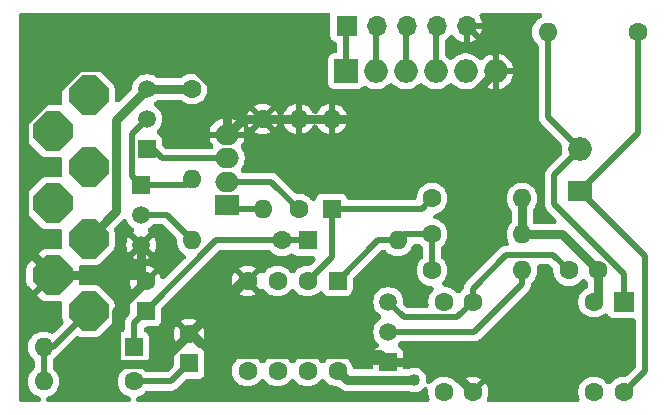
<source format=gbr>
G04 #@! TF.GenerationSoftware,KiCad,Pcbnew,9.0.0*
G04 #@! TF.CreationDate,2025-04-22T10:43:32+02:00*
G04 #@! TF.ProjectId,KnurCAN_V2,4b6e7572-4341-44e5-9f56-322e6b696361,rev?*
G04 #@! TF.SameCoordinates,Original*
G04 #@! TF.FileFunction,Copper,L2,Bot*
G04 #@! TF.FilePolarity,Positive*
%FSLAX46Y46*%
G04 Gerber Fmt 4.6, Leading zero omitted, Abs format (unit mm)*
G04 Created by KiCad (PCBNEW 9.0.0) date 2025-04-22 10:43:32*
%MOMM*%
%LPD*%
G01*
G04 APERTURE LIST*
G04 Aperture macros list*
%AMRoundRect*
0 Rectangle with rounded corners*
0 $1 Rounding radius*
0 $2 $3 $4 $5 $6 $7 $8 $9 X,Y pos of 4 corners*
0 Add a 4 corners polygon primitive as box body*
4,1,4,$2,$3,$4,$5,$6,$7,$8,$9,$2,$3,0*
0 Add four circle primitives for the rounded corners*
1,1,$1+$1,$2,$3*
1,1,$1+$1,$4,$5*
1,1,$1+$1,$6,$7*
1,1,$1+$1,$8,$9*
0 Add four rect primitives between the rounded corners*
20,1,$1+$1,$2,$3,$4,$5,0*
20,1,$1+$1,$4,$5,$6,$7,0*
20,1,$1+$1,$6,$7,$8,$9,0*
20,1,$1+$1,$8,$9,$2,$3,0*%
%AMOutline5P*
0 Free polygon, 5 corners , with rotation*
0 The origin of the aperture is its center*
0 number of corners: always 5*
0 $1 to $10 corner X, Y*
0 $11 Rotation angle, in degrees counterclockwise*
0 create outline with 5 corners*
4,1,5,$1,$2,$3,$4,$5,$6,$7,$8,$9,$10,$1,$2,$11*%
%AMOutline6P*
0 Free polygon, 6 corners , with rotation*
0 The origin of the aperture is its center*
0 number of corners: always 6*
0 $1 to $12 corner X, Y*
0 $13 Rotation angle, in degrees counterclockwise*
0 create outline with 6 corners*
4,1,6,$1,$2,$3,$4,$5,$6,$7,$8,$9,$10,$11,$12,$1,$2,$13*%
%AMOutline7P*
0 Free polygon, 7 corners , with rotation*
0 The origin of the aperture is its center*
0 number of corners: always 7*
0 $1 to $14 corner X, Y*
0 $15 Rotation angle, in degrees counterclockwise*
0 create outline with 7 corners*
4,1,7,$1,$2,$3,$4,$5,$6,$7,$8,$9,$10,$11,$12,$13,$14,$1,$2,$15*%
%AMOutline8P*
0 Free polygon, 8 corners , with rotation*
0 The origin of the aperture is its center*
0 number of corners: always 8*
0 $1 to $16 corner X, Y*
0 $17 Rotation angle, in degrees counterclockwise*
0 create outline with 8 corners*
4,1,8,$1,$2,$3,$4,$5,$6,$7,$8,$9,$10,$11,$12,$13,$14,$15,$16,$1,$2,$17*%
G04 Aperture macros list end*
G04 #@! TA.AperFunction,ComponentPad*
%ADD10C,1.600000*%
G04 #@! TD*
G04 #@! TA.AperFunction,ComponentPad*
%ADD11O,1.600000X1.600000*%
G04 #@! TD*
G04 #@! TA.AperFunction,ComponentPad*
%ADD12R,1.500000X1.500000*%
G04 #@! TD*
G04 #@! TA.AperFunction,ComponentPad*
%ADD13C,1.500000*%
G04 #@! TD*
G04 #@! TA.AperFunction,ComponentPad*
%ADD14R,1.700000X1.700000*%
G04 #@! TD*
G04 #@! TA.AperFunction,ComponentPad*
%ADD15O,1.700000X1.700000*%
G04 #@! TD*
G04 #@! TA.AperFunction,ComponentPad*
%ADD16R,1.600000X1.600000*%
G04 #@! TD*
G04 #@! TA.AperFunction,ComponentPad*
%ADD17RoundRect,0.250000X-0.550000X0.550000X-0.550000X-0.550000X0.550000X-0.550000X0.550000X0.550000X0*%
G04 #@! TD*
G04 #@! TA.AperFunction,ComponentPad*
%ADD18Outline8P,-1.600000X0.800000X-0.800000X1.600000X0.800000X1.600000X1.600000X0.800000X1.600000X-0.800000X0.800000X-1.600000X-0.800000X-1.600000X-1.600000X-0.800000X135.000000*%
G04 #@! TD*
G04 #@! TA.AperFunction,ComponentPad*
%ADD19R,2.000000X2.000000*%
G04 #@! TD*
G04 #@! TA.AperFunction,ComponentPad*
%ADD20O,2.000000X2.000000*%
G04 #@! TD*
G04 #@! TA.AperFunction,ComponentPad*
%ADD21R,2.000000X1.700000*%
G04 #@! TD*
G04 #@! TA.AperFunction,ComponentPad*
%ADD22O,2.000000X1.700000*%
G04 #@! TD*
G04 #@! TA.AperFunction,ViaPad*
%ADD23C,1.016000*%
G04 #@! TD*
G04 #@! TA.AperFunction,Conductor*
%ADD24C,0.508000*%
G04 #@! TD*
G04 #@! TA.AperFunction,Conductor*
%ADD25C,0.762000*%
G04 #@! TD*
G04 APERTURE END LIST*
D10*
X83693000Y-84201000D03*
D11*
X91313000Y-84201000D03*
D10*
X83693000Y-87249000D03*
D11*
X91313000Y-87249000D03*
D12*
X59563000Y-76962000D03*
D13*
X59563000Y-74422000D03*
X59563000Y-71882000D03*
D14*
X76454000Y-66548000D03*
D15*
X78994000Y-66548000D03*
X81534000Y-66548000D03*
X84074000Y-66548000D03*
X86614000Y-66548000D03*
D10*
X58420000Y-96647000D03*
D11*
X50800000Y-96647000D03*
D16*
X59436000Y-90678000D03*
D10*
X59436000Y-88178000D03*
D17*
X75692000Y-88138000D03*
D10*
X73152000Y-88138000D03*
X70612000Y-88138000D03*
X68072000Y-88138000D03*
X68072000Y-95758000D03*
X70612000Y-95758000D03*
X73152000Y-95758000D03*
X75692000Y-95758000D03*
D16*
X58420000Y-93726000D03*
D11*
X50800000Y-93726000D03*
D10*
X63373000Y-71882000D03*
D11*
X63373000Y-79502000D03*
D14*
X99922000Y-89916000D03*
D10*
X97382000Y-89916000D03*
X87122000Y-89916000D03*
X84682000Y-89916000D03*
X84682000Y-97536000D03*
X87122000Y-97536000D03*
X97382000Y-97536000D03*
X99922000Y-97536000D03*
D18*
X54610000Y-90678000D03*
X51562000Y-87630000D03*
X54610000Y-84582000D03*
X51562000Y-81534000D03*
X54610000Y-78486000D03*
X51562000Y-75438000D03*
X54610000Y-72390000D03*
D10*
X95270000Y-87249000D03*
X97770000Y-87249000D03*
X69342000Y-74422000D03*
D11*
X69342000Y-82042000D03*
D16*
X75184000Y-82042000D03*
D11*
X75184000Y-74422000D03*
D12*
X59055000Y-80010000D03*
D13*
X59055000Y-82550000D03*
X59055000Y-85090000D03*
D10*
X70993000Y-84709000D03*
D11*
X63373000Y-84709000D03*
D16*
X63119000Y-95123000D03*
D10*
X63119000Y-92623000D03*
X101092000Y-67056000D03*
D11*
X93472000Y-67056000D03*
D10*
X72390000Y-82042000D03*
D11*
X72390000Y-74422000D03*
D10*
X83693000Y-81153000D03*
D11*
X91313000Y-81153000D03*
D19*
X76390000Y-70380000D03*
D20*
X78930000Y-70380000D03*
X81470000Y-70380000D03*
X84010000Y-70380000D03*
X86550000Y-70380000D03*
X89090000Y-70380000D03*
D21*
X96190000Y-80520000D03*
D20*
X96190000Y-76980000D03*
D21*
X66330000Y-81740000D03*
D22*
X66330000Y-79740000D03*
X66330000Y-77740000D03*
X66330000Y-75740000D03*
D16*
X73152000Y-84709000D03*
D11*
X80772000Y-84709000D03*
D12*
X79982000Y-94996000D03*
D13*
X79982000Y-92456000D03*
X79982000Y-89916000D03*
D23*
X82169000Y-96520000D03*
D24*
X101727000Y-95731000D02*
X99922000Y-97536000D01*
X101727000Y-86057000D02*
X101727000Y-95731000D01*
X96190000Y-80520000D02*
X101727000Y-86057000D01*
D25*
X97770000Y-89528000D02*
X97382000Y-89916000D01*
X97770000Y-87249000D02*
X97770000Y-89528000D01*
X91313000Y-81153000D02*
X91313000Y-84201000D01*
X56943056Y-74501944D02*
X59563000Y-71882000D01*
X54610000Y-84582000D02*
X56943056Y-82248944D01*
X59161000Y-71882000D02*
X63373000Y-71882000D01*
X76454000Y-96520000D02*
X82169000Y-96520000D01*
X75692000Y-95758000D02*
X76454000Y-96520000D01*
X94722000Y-84201000D02*
X97770000Y-87249000D01*
X91313000Y-84201000D02*
X94722000Y-84201000D01*
X56943056Y-82248944D02*
X56943056Y-74501944D01*
D24*
X89966630Y-85940000D02*
X87122000Y-88784630D01*
X87122000Y-89916000D02*
X85813000Y-91225000D01*
X95270000Y-87249000D02*
X93961000Y-85940000D01*
X85813000Y-91225000D02*
X81291000Y-91225000D01*
X93961000Y-85940000D02*
X89966630Y-85940000D01*
X87122000Y-88784630D02*
X87122000Y-89916000D01*
X81291000Y-91225000D02*
X79982000Y-89916000D01*
X75184000Y-82042000D02*
X75184000Y-86106000D01*
X75184000Y-82042000D02*
X82804000Y-82042000D01*
X82804000Y-82042000D02*
X83693000Y-81153000D01*
X75184000Y-86106000D02*
X73152000Y-88138000D01*
D25*
X65112000Y-94322000D02*
X79308000Y-94322000D01*
X56984000Y-95162000D02*
X56943056Y-95121056D01*
X49149000Y-74688818D02*
X53780874Y-70056944D01*
X63413000Y-92623000D02*
X65112000Y-94322000D01*
X72390000Y-74422000D02*
X75184000Y-74422000D01*
X69342000Y-74422000D02*
X67648000Y-74422000D01*
X79982000Y-94996000D02*
X84582000Y-94996000D01*
X56943056Y-95121056D02*
X56943056Y-90670944D01*
D24*
X89090000Y-70380000D02*
X89090000Y-69024000D01*
D25*
X59055000Y-87797000D02*
X59436000Y-88178000D01*
X66330000Y-72808189D02*
X66330000Y-75740000D01*
X67648000Y-74422000D02*
X66330000Y-75740000D01*
X59055000Y-85090000D02*
X59055000Y-87797000D01*
D24*
X89090000Y-69024000D02*
X86614000Y-66548000D01*
D25*
X63119000Y-92623000D02*
X63413000Y-92623000D01*
X67604000Y-88138000D02*
X63119000Y-92623000D01*
X58888000Y-87630000D02*
X59436000Y-88178000D01*
X79308000Y-94322000D02*
X79982000Y-94996000D01*
X51562000Y-87630000D02*
X49149000Y-85217000D01*
X69342000Y-74422000D02*
X72390000Y-74422000D01*
X60580000Y-95162000D02*
X56984000Y-95162000D01*
X63578755Y-70056944D02*
X66330000Y-72808189D01*
X67649000Y-88178000D02*
X68065000Y-87762000D01*
X75184000Y-74422000D02*
X85048000Y-74422000D01*
X84582000Y-94996000D02*
X87122000Y-97536000D01*
X56943056Y-90670944D02*
X59436000Y-88178000D01*
X53780874Y-70056944D02*
X63578755Y-70056944D01*
X85048000Y-74422000D02*
X89090000Y-70380000D01*
X51562000Y-87630000D02*
X58888000Y-87630000D01*
X49149000Y-85217000D02*
X49149000Y-74688818D01*
X63119000Y-92623000D02*
X60580000Y-95162000D01*
X68072000Y-88138000D02*
X67604000Y-88138000D01*
D24*
X70088000Y-79740000D02*
X66330000Y-79740000D01*
X72390000Y-82042000D02*
X70088000Y-79740000D01*
X66632000Y-82042000D02*
X66330000Y-81740000D01*
X69342000Y-82042000D02*
X66632000Y-82042000D01*
X61595000Y-96647000D02*
X63119000Y-95123000D01*
X58420000Y-96647000D02*
X61595000Y-96647000D01*
X81470000Y-70380000D02*
X81470000Y-66612000D01*
X81470000Y-66612000D02*
X81534000Y-66548000D01*
X76390000Y-70380000D02*
X76390000Y-66612000D01*
X76390000Y-66612000D02*
X76454000Y-66548000D01*
X78930000Y-70380000D02*
X78930000Y-66612000D01*
X78930000Y-66612000D02*
X78994000Y-66548000D01*
X50800000Y-93472000D02*
X50800000Y-96393000D01*
X50800000Y-93726000D02*
X51562000Y-93726000D01*
X51562000Y-93726000D02*
X54610000Y-90678000D01*
X93980000Y-79190000D02*
X93980000Y-81607794D01*
X96190000Y-76980000D02*
X93980000Y-79190000D01*
X96190000Y-76980000D02*
X93472000Y-74262000D01*
X99922000Y-87549794D02*
X99922000Y-89916000D01*
X93472000Y-74262000D02*
X93472000Y-67056000D01*
X93980000Y-81607794D02*
X99922000Y-87549794D01*
X96190000Y-80520000D02*
X101092000Y-75618000D01*
X101092000Y-75618000D02*
X101092000Y-67056000D01*
X91313000Y-87249000D02*
X91313000Y-88380370D01*
X91313000Y-88380370D02*
X87237370Y-92456000D01*
X87237370Y-92456000D02*
X79982000Y-92456000D01*
X79121000Y-84709000D02*
X75692000Y-88138000D01*
X83693000Y-84201000D02*
X81280000Y-84201000D01*
X80772000Y-84709000D02*
X79121000Y-84709000D01*
X83693000Y-87249000D02*
X83693000Y-84201000D01*
X81280000Y-84201000D02*
X80772000Y-84709000D01*
X60071000Y-76962000D02*
X60849000Y-77740000D01*
X59161000Y-76962000D02*
X60071000Y-76962000D01*
X60849000Y-77740000D02*
X66330000Y-77740000D01*
X59055000Y-80010000D02*
X62865000Y-80010000D01*
X62865000Y-80010000D02*
X63373000Y-79502000D01*
X58304000Y-75681000D02*
X59563000Y-74422000D01*
X59055000Y-80010000D02*
X58304000Y-79259000D01*
X58304000Y-79259000D02*
X58304000Y-75681000D01*
X61214000Y-82550000D02*
X63373000Y-84709000D01*
X59055000Y-82550000D02*
X61214000Y-82550000D01*
X84010000Y-66612000D02*
X84074000Y-66548000D01*
X84010000Y-70380000D02*
X84010000Y-66612000D01*
X58420000Y-91694000D02*
X59436000Y-90678000D01*
X73152000Y-84709000D02*
X70993000Y-84709000D01*
X65405000Y-84709000D02*
X70993000Y-84709000D01*
X59436000Y-90678000D02*
X65405000Y-84709000D01*
X58420000Y-93726000D02*
X58420000Y-91694000D01*
G04 #@! TA.AperFunction,Conductor*
G36*
X74863920Y-74176394D02*
G01*
X74811259Y-74267606D01*
X74784000Y-74369339D01*
X74784000Y-74474661D01*
X74811259Y-74576394D01*
X74863920Y-74667606D01*
X74872314Y-74676000D01*
X72701686Y-74676000D01*
X72710080Y-74667606D01*
X72762741Y-74576394D01*
X72790000Y-74474661D01*
X72790000Y-74369339D01*
X72762741Y-74267606D01*
X72710080Y-74176394D01*
X72701686Y-74168000D01*
X74872314Y-74168000D01*
X74863920Y-74176394D01*
G37*
G04 #@! TD.AperFunction*
G04 #@! TA.AperFunction,Conductor*
G36*
X74939319Y-65427758D02*
G01*
X75021398Y-65482602D01*
X75076242Y-65564681D01*
X75095500Y-65661500D01*
X75095500Y-67446634D01*
X75095501Y-67446654D01*
X75102009Y-67507196D01*
X75102011Y-67507201D01*
X75153111Y-67644204D01*
X75153112Y-67644205D01*
X75153113Y-67644208D01*
X75240737Y-67761259D01*
X75240740Y-67761262D01*
X75357792Y-67848887D01*
X75357794Y-67848887D01*
X75357796Y-67848889D01*
X75462918Y-67888097D01*
X75466817Y-67890506D01*
X75471319Y-67891402D01*
X75508681Y-67916367D01*
X75546899Y-67939975D01*
X75549582Y-67943696D01*
X75553398Y-67946246D01*
X75578360Y-67983605D01*
X75604637Y-68020044D01*
X75605692Y-68024508D01*
X75608242Y-68028325D01*
X75617007Y-68072393D01*
X75627339Y-68116114D01*
X75627500Y-68125144D01*
X75627500Y-68618500D01*
X75608242Y-68715319D01*
X75553398Y-68797398D01*
X75471319Y-68852242D01*
X75374500Y-68871500D01*
X75341362Y-68871500D01*
X75341359Y-68871500D01*
X75341345Y-68871501D01*
X75280803Y-68878009D01*
X75143791Y-68929113D01*
X75026740Y-69016737D01*
X75026737Y-69016740D01*
X74939113Y-69133791D01*
X74888009Y-69270803D01*
X74881501Y-69331345D01*
X74881500Y-69331365D01*
X74881500Y-71428634D01*
X74881501Y-71428654D01*
X74888009Y-71489196D01*
X74889870Y-71494186D01*
X74939111Y-71626204D01*
X74939112Y-71626205D01*
X74939113Y-71626208D01*
X75026737Y-71743259D01*
X75026740Y-71743262D01*
X75143791Y-71830886D01*
X75143792Y-71830886D01*
X75143796Y-71830889D01*
X75280799Y-71881989D01*
X75280802Y-71881989D01*
X75280804Y-71881990D01*
X75280802Y-71881990D01*
X75329065Y-71887178D01*
X75341362Y-71888500D01*
X75341365Y-71888500D01*
X77438635Y-71888500D01*
X77438638Y-71888500D01*
X77461479Y-71886044D01*
X77499196Y-71881990D01*
X77499197Y-71881989D01*
X77499201Y-71881989D01*
X77636204Y-71830889D01*
X77753261Y-71743261D01*
X77775248Y-71713888D01*
X77848681Y-71647927D01*
X77941773Y-71615084D01*
X78040347Y-71620366D01*
X78126494Y-71660828D01*
X78139368Y-71670182D01*
X78139370Y-71670183D01*
X78139373Y-71670185D01*
X78350937Y-71777982D01*
X78350942Y-71777983D01*
X78350943Y-71777984D01*
X78365427Y-71782690D01*
X78576759Y-71851356D01*
X78811278Y-71888500D01*
X78811280Y-71888500D01*
X79048720Y-71888500D01*
X79048722Y-71888500D01*
X79283241Y-71851356D01*
X79509063Y-71777982D01*
X79720627Y-71670185D01*
X79912722Y-71530620D01*
X80021102Y-71422240D01*
X80103181Y-71367396D01*
X80200000Y-71348138D01*
X80296819Y-71367396D01*
X80378898Y-71422240D01*
X80487279Y-71530621D01*
X80679369Y-71670182D01*
X80679373Y-71670185D01*
X80890937Y-71777982D01*
X80890942Y-71777983D01*
X80890943Y-71777984D01*
X80905427Y-71782690D01*
X81116759Y-71851356D01*
X81351278Y-71888500D01*
X81351280Y-71888500D01*
X81588720Y-71888500D01*
X81588722Y-71888500D01*
X81823241Y-71851356D01*
X82049063Y-71777982D01*
X82260627Y-71670185D01*
X82452722Y-71530620D01*
X82561102Y-71422240D01*
X82643181Y-71367396D01*
X82740000Y-71348138D01*
X82836819Y-71367396D01*
X82918898Y-71422240D01*
X83027279Y-71530621D01*
X83219369Y-71670182D01*
X83219373Y-71670185D01*
X83430937Y-71777982D01*
X83430942Y-71777983D01*
X83430943Y-71777984D01*
X83445427Y-71782690D01*
X83656759Y-71851356D01*
X83891278Y-71888500D01*
X83891280Y-71888500D01*
X84128720Y-71888500D01*
X84128722Y-71888500D01*
X84363241Y-71851356D01*
X84589063Y-71777982D01*
X84800627Y-71670185D01*
X84992722Y-71530620D01*
X85101102Y-71422240D01*
X85183181Y-71367396D01*
X85280000Y-71348138D01*
X85376819Y-71367396D01*
X85458898Y-71422240D01*
X85567279Y-71530621D01*
X85759369Y-71670182D01*
X85759373Y-71670185D01*
X85970937Y-71777982D01*
X85970942Y-71777983D01*
X85970943Y-71777984D01*
X85985427Y-71782690D01*
X86196759Y-71851356D01*
X86431278Y-71888500D01*
X86431280Y-71888500D01*
X86668720Y-71888500D01*
X86668722Y-71888500D01*
X86903241Y-71851356D01*
X87129063Y-71777982D01*
X87340627Y-71670185D01*
X87532722Y-71530620D01*
X87641456Y-71421886D01*
X87723535Y-71367042D01*
X87820354Y-71347784D01*
X87917173Y-71367042D01*
X87999252Y-71421886D01*
X88107603Y-71530237D01*
X88299636Y-71669756D01*
X88299641Y-71669759D01*
X88511124Y-71777515D01*
X88511131Y-71777518D01*
X88736877Y-71850868D01*
X88835999Y-71866567D01*
X88836000Y-71866567D01*
X88836000Y-70810702D01*
X88897007Y-70845925D01*
X89024174Y-70880000D01*
X89155826Y-70880000D01*
X89282993Y-70845925D01*
X89344000Y-70810702D01*
X89344000Y-71866567D01*
X89443122Y-71850868D01*
X89668868Y-71777518D01*
X89668875Y-71777515D01*
X89880358Y-71669759D01*
X89880363Y-71669756D01*
X90072396Y-71530237D01*
X90240237Y-71362396D01*
X90379756Y-71170363D01*
X90379759Y-71170358D01*
X90487515Y-70958875D01*
X90487518Y-70958868D01*
X90560867Y-70733124D01*
X90576568Y-70634000D01*
X89520703Y-70634000D01*
X89555925Y-70572993D01*
X89590000Y-70445826D01*
X89590000Y-70314174D01*
X89555925Y-70187007D01*
X89520703Y-70126000D01*
X90576567Y-70126000D01*
X90560867Y-70026875D01*
X90487518Y-69801131D01*
X90487515Y-69801124D01*
X90379759Y-69589641D01*
X90379756Y-69589636D01*
X90240237Y-69397603D01*
X90072396Y-69229762D01*
X89880363Y-69090243D01*
X89880358Y-69090240D01*
X89668875Y-68982484D01*
X89668868Y-68982481D01*
X89443124Y-68909132D01*
X89344000Y-68893432D01*
X89344000Y-69949297D01*
X89282993Y-69914075D01*
X89155826Y-69880000D01*
X89024174Y-69880000D01*
X88897007Y-69914075D01*
X88836000Y-69949297D01*
X88836000Y-68893432D01*
X88736875Y-68909132D01*
X88511131Y-68982481D01*
X88511124Y-68982484D01*
X88299641Y-69090240D01*
X88299636Y-69090243D01*
X88107603Y-69229762D01*
X87999252Y-69338114D01*
X87917173Y-69392958D01*
X87820354Y-69412216D01*
X87723535Y-69392958D01*
X87641456Y-69338114D01*
X87532720Y-69229378D01*
X87340629Y-69089816D01*
X87271910Y-69054802D01*
X87129063Y-68982018D01*
X87129059Y-68982017D01*
X87129056Y-68982015D01*
X86903242Y-68908644D01*
X86668723Y-68871500D01*
X86668722Y-68871500D01*
X86431278Y-68871500D01*
X86431276Y-68871500D01*
X86196757Y-68908644D01*
X85970943Y-68982015D01*
X85970937Y-68982017D01*
X85970937Y-68982018D01*
X85950300Y-68992532D01*
X85759370Y-69089816D01*
X85567279Y-69229378D01*
X85458898Y-69337760D01*
X85425721Y-69359927D01*
X85394333Y-69384554D01*
X85384935Y-69387180D01*
X85376819Y-69392604D01*
X85337683Y-69400388D01*
X85299261Y-69411128D01*
X85289571Y-69409958D01*
X85280000Y-69411862D01*
X85240866Y-69404078D01*
X85201257Y-69399296D01*
X85193804Y-69394717D01*
X85183181Y-69392604D01*
X85115241Y-69350861D01*
X85107924Y-69344582D01*
X84992722Y-69229380D01*
X84868510Y-69139135D01*
X84860741Y-69132468D01*
X84836473Y-69101536D01*
X84809782Y-69072662D01*
X84806197Y-69062946D01*
X84799808Y-69054802D01*
X84789223Y-69016936D01*
X84775615Y-68980047D01*
X84774322Y-68963623D01*
X84773234Y-68959730D01*
X84773707Y-68955809D01*
X84772500Y-68940469D01*
X84772500Y-67848619D01*
X84791758Y-67751800D01*
X84846602Y-67669721D01*
X84876790Y-67643938D01*
X84926224Y-67608022D01*
X84959004Y-67584206D01*
X85110206Y-67433004D01*
X85139627Y-67392508D01*
X85212114Y-67325501D01*
X85304728Y-67291332D01*
X85403368Y-67295207D01*
X85493016Y-67336534D01*
X85548988Y-67392505D01*
X85578171Y-67432670D01*
X85578177Y-67432678D01*
X85729320Y-67583821D01*
X85902257Y-67709468D01*
X86092708Y-67806507D01*
X86296004Y-67872561D01*
X86359999Y-67882697D01*
X86360000Y-67882697D01*
X86360000Y-66978702D01*
X86421007Y-67013925D01*
X86548174Y-67048000D01*
X86679826Y-67048000D01*
X86806993Y-67013925D01*
X86868000Y-66978702D01*
X86868000Y-67882697D01*
X86931995Y-67872561D01*
X87135291Y-67806507D01*
X87325742Y-67709468D01*
X87498679Y-67583821D01*
X87649821Y-67432679D01*
X87775468Y-67259742D01*
X87872507Y-67069291D01*
X87938561Y-66865996D01*
X87948698Y-66802000D01*
X87044703Y-66802000D01*
X87079925Y-66740993D01*
X87114000Y-66613826D01*
X87114000Y-66482174D01*
X87079925Y-66355007D01*
X87044703Y-66294000D01*
X87948698Y-66294000D01*
X87948698Y-66293999D01*
X87938561Y-66230003D01*
X87872507Y-66026708D01*
X87775468Y-65836257D01*
X87775465Y-65836252D01*
X87756544Y-65810209D01*
X87715216Y-65720561D01*
X87711341Y-65621921D01*
X87745509Y-65529307D01*
X87812517Y-65456818D01*
X87902165Y-65415490D01*
X87961226Y-65408500D01*
X92769362Y-65408500D01*
X92866181Y-65427758D01*
X92948260Y-65482602D01*
X93003104Y-65564681D01*
X93022362Y-65661500D01*
X93003104Y-65758319D01*
X92948260Y-65840398D01*
X92884221Y-65886925D01*
X92786202Y-65936867D01*
X92619569Y-66057932D01*
X92473932Y-66203569D01*
X92352867Y-66370202D01*
X92259368Y-66553705D01*
X92259365Y-66553712D01*
X92195720Y-66749591D01*
X92163500Y-66953017D01*
X92163500Y-67158982D01*
X92195720Y-67362408D01*
X92259365Y-67558287D01*
X92259368Y-67558294D01*
X92352867Y-67741797D01*
X92352870Y-67741801D01*
X92352871Y-67741803D01*
X92467799Y-67899988D01*
X92473932Y-67908430D01*
X92619569Y-68054067D01*
X92620810Y-68055127D01*
X92621484Y-68055982D01*
X92626599Y-68061097D01*
X92625993Y-68061702D01*
X92681924Y-68132650D01*
X92708720Y-68227659D01*
X92709500Y-68247510D01*
X92709500Y-74337099D01*
X92724863Y-74414332D01*
X92724863Y-74414336D01*
X92724864Y-74414336D01*
X92738803Y-74484413D01*
X92738804Y-74484418D01*
X92796281Y-74623178D01*
X92879727Y-74748065D01*
X94632929Y-76501267D01*
X94687773Y-76583346D01*
X94707031Y-76680165D01*
X94703916Y-76719741D01*
X94681500Y-76861271D01*
X94681500Y-77098726D01*
X94703916Y-77240256D01*
X94700040Y-77338896D01*
X94658712Y-77428544D01*
X94632929Y-77458731D01*
X93387727Y-78703934D01*
X93304281Y-78828821D01*
X93246803Y-78967584D01*
X93244831Y-78977500D01*
X93217500Y-79114900D01*
X93217500Y-81682894D01*
X93238308Y-81787500D01*
X93246286Y-81827606D01*
X93246804Y-81830211D01*
X93304282Y-81968974D01*
X93387727Y-82093859D01*
X94173470Y-82879602D01*
X94228314Y-82961681D01*
X94247572Y-83058500D01*
X94228314Y-83155319D01*
X94173470Y-83237398D01*
X94091391Y-83292242D01*
X93994572Y-83311500D01*
X92455500Y-83311500D01*
X92358681Y-83292242D01*
X92276602Y-83237398D01*
X92221758Y-83155319D01*
X92202500Y-83058500D01*
X92202500Y-82218794D01*
X92221758Y-82121975D01*
X92276602Y-82039896D01*
X92281817Y-82034681D01*
X92311068Y-82005430D01*
X92432129Y-81838803D01*
X92525634Y-81655290D01*
X92589280Y-81459408D01*
X92621500Y-81255981D01*
X92621500Y-81050019D01*
X92589280Y-80846592D01*
X92525634Y-80650710D01*
X92432129Y-80467197D01*
X92311068Y-80300570D01*
X92165430Y-80154932D01*
X91998803Y-80033871D01*
X91998801Y-80033870D01*
X91998797Y-80033867D01*
X91815294Y-79940368D01*
X91815293Y-79940367D01*
X91815290Y-79940366D01*
X91619408Y-79876720D01*
X91415982Y-79844500D01*
X91415981Y-79844500D01*
X91210019Y-79844500D01*
X91210017Y-79844500D01*
X91006591Y-79876720D01*
X90810712Y-79940365D01*
X90810705Y-79940368D01*
X90627202Y-80033867D01*
X90460569Y-80154932D01*
X90314932Y-80300569D01*
X90193867Y-80467202D01*
X90100368Y-80650705D01*
X90100365Y-80650712D01*
X90036720Y-80846591D01*
X90004500Y-81050017D01*
X90004500Y-81255982D01*
X90036720Y-81459408D01*
X90100365Y-81655287D01*
X90100368Y-81655294D01*
X90193867Y-81838797D01*
X90193870Y-81838801D01*
X90193871Y-81838803D01*
X90280274Y-81957727D01*
X90314932Y-82005430D01*
X90349398Y-82039896D01*
X90404242Y-82121975D01*
X90423500Y-82218794D01*
X90423500Y-83135206D01*
X90404242Y-83232025D01*
X90349398Y-83314104D01*
X90314932Y-83348569D01*
X90193867Y-83515202D01*
X90100368Y-83698705D01*
X90100365Y-83698712D01*
X90036720Y-83894591D01*
X90010898Y-84057626D01*
X90004500Y-84098019D01*
X90004500Y-84303981D01*
X90036720Y-84507408D01*
X90100366Y-84703290D01*
X90154555Y-84809643D01*
X90181350Y-84904650D01*
X90169747Y-85002681D01*
X90121513Y-85088810D01*
X90043990Y-85149925D01*
X89948980Y-85176720D01*
X89929130Y-85177500D01*
X89891530Y-85177500D01*
X89807351Y-85194244D01*
X89744214Y-85206803D01*
X89605452Y-85264280D01*
X89605452Y-85264281D01*
X89480566Y-85347726D01*
X86529731Y-88298560D01*
X86529724Y-88298568D01*
X86480380Y-88372418D01*
X86480379Y-88372420D01*
X86459947Y-88403000D01*
X86446282Y-88423451D01*
X86388803Y-88562217D01*
X86359500Y-88709530D01*
X86359500Y-88762766D01*
X86348177Y-88799331D01*
X86342547Y-88809718D01*
X86340242Y-88821309D01*
X86319190Y-88852813D01*
X86301140Y-88886120D01*
X86291962Y-88893563D01*
X86285398Y-88903388D01*
X86270810Y-88916873D01*
X86269569Y-88917932D01*
X86123932Y-89063569D01*
X86106682Y-89087313D01*
X86034193Y-89154322D01*
X85941579Y-89188489D01*
X85842939Y-89184614D01*
X85753291Y-89143286D01*
X85697318Y-89087313D01*
X85680067Y-89063569D01*
X85534430Y-88917932D01*
X85463463Y-88866372D01*
X85367803Y-88796871D01*
X85367801Y-88796870D01*
X85367797Y-88796867D01*
X85184294Y-88703368D01*
X85184293Y-88703367D01*
X85184290Y-88703366D01*
X84988408Y-88639720D01*
X84784981Y-88607500D01*
X84784980Y-88607500D01*
X84784974Y-88607499D01*
X84775869Y-88606782D01*
X84680861Y-88579983D01*
X84603340Y-88518865D01*
X84555109Y-88432734D01*
X84543511Y-88334702D01*
X84570310Y-88239694D01*
X84616830Y-88175667D01*
X84691068Y-88101430D01*
X84812129Y-87934803D01*
X84905634Y-87751290D01*
X84969280Y-87555408D01*
X85001500Y-87351981D01*
X85001500Y-87146019D01*
X84969280Y-86942592D01*
X84905634Y-86746710D01*
X84812129Y-86563197D01*
X84691068Y-86396570D01*
X84545430Y-86250932D01*
X84544190Y-86249873D01*
X84543515Y-86249017D01*
X84538401Y-86243903D01*
X84539006Y-86243297D01*
X84483076Y-86172350D01*
X84456280Y-86077341D01*
X84455500Y-86057490D01*
X84455500Y-85392510D01*
X84474758Y-85295691D01*
X84529602Y-85213612D01*
X84544190Y-85200127D01*
X84545422Y-85199073D01*
X84545430Y-85199068D01*
X84691068Y-85053430D01*
X84812129Y-84886803D01*
X84905634Y-84703290D01*
X84969280Y-84507408D01*
X85001500Y-84303981D01*
X85001500Y-84098019D01*
X84969280Y-83894592D01*
X84905634Y-83698710D01*
X84853855Y-83597088D01*
X84812132Y-83515202D01*
X84812130Y-83515199D01*
X84812129Y-83515197D01*
X84691068Y-83348570D01*
X84545430Y-83202932D01*
X84378803Y-83081871D01*
X84378801Y-83081870D01*
X84378797Y-83081867D01*
X84195294Y-82988368D01*
X84195293Y-82988367D01*
X84195290Y-82988366D01*
X84195287Y-82988365D01*
X83999412Y-82924721D01*
X83992288Y-82923011D01*
X83902639Y-82881685D01*
X83835629Y-82809197D01*
X83801460Y-82716584D01*
X83805333Y-82617944D01*
X83846659Y-82528295D01*
X83919147Y-82461285D01*
X83992288Y-82430989D01*
X83999395Y-82429282D01*
X83999408Y-82429280D01*
X84195290Y-82365634D01*
X84378803Y-82272129D01*
X84545430Y-82151068D01*
X84691068Y-82005430D01*
X84812129Y-81838803D01*
X84905634Y-81655290D01*
X84969280Y-81459408D01*
X85001500Y-81255981D01*
X85001500Y-81050019D01*
X84969280Y-80846592D01*
X84905634Y-80650710D01*
X84812129Y-80467197D01*
X84691068Y-80300570D01*
X84545430Y-80154932D01*
X84378803Y-80033871D01*
X84378801Y-80033870D01*
X84378797Y-80033867D01*
X84195294Y-79940368D01*
X84195293Y-79940367D01*
X84195290Y-79940366D01*
X83999408Y-79876720D01*
X83795982Y-79844500D01*
X83795981Y-79844500D01*
X83590019Y-79844500D01*
X83590017Y-79844500D01*
X83386591Y-79876720D01*
X83190712Y-79940365D01*
X83190705Y-79940368D01*
X83007202Y-80033867D01*
X82840569Y-80154932D01*
X82694932Y-80300569D01*
X82573867Y-80467202D01*
X82480368Y-80650705D01*
X82480365Y-80650712D01*
X82416720Y-80846591D01*
X82382945Y-81059837D01*
X82381068Y-81059539D01*
X82357997Y-81141353D01*
X82296885Y-81218878D01*
X82210757Y-81267115D01*
X82132569Y-81279500D01*
X76716366Y-81279500D01*
X76619547Y-81260242D01*
X76537468Y-81205398D01*
X76482624Y-81123319D01*
X76479328Y-81114941D01*
X76434889Y-80995796D01*
X76434887Y-80995794D01*
X76434887Y-80995792D01*
X76347262Y-80878740D01*
X76347259Y-80878737D01*
X76230208Y-80791113D01*
X76230205Y-80791112D01*
X76230204Y-80791111D01*
X76093201Y-80740011D01*
X76093200Y-80740010D01*
X76093195Y-80740009D01*
X76093197Y-80740009D01*
X76032654Y-80733501D01*
X76032640Y-80733500D01*
X76032638Y-80733500D01*
X74335362Y-80733500D01*
X74335359Y-80733500D01*
X74335345Y-80733501D01*
X74274803Y-80740009D01*
X74137791Y-80791113D01*
X74020740Y-80878737D01*
X74020737Y-80878740D01*
X73933113Y-80995791D01*
X73882009Y-81132804D01*
X73878370Y-81148205D01*
X73875105Y-81147433D01*
X73853707Y-81215729D01*
X73790390Y-81291464D01*
X73702911Y-81337203D01*
X73604586Y-81345985D01*
X73510386Y-81316470D01*
X73434651Y-81253153D01*
X73426994Y-81243147D01*
X73388071Y-81189573D01*
X73242430Y-81043932D01*
X73190506Y-81006207D01*
X73075803Y-80922871D01*
X73075801Y-80922870D01*
X73075797Y-80922867D01*
X72892294Y-80829368D01*
X72892293Y-80829367D01*
X72892290Y-80829366D01*
X72834226Y-80810500D01*
X72696408Y-80765720D01*
X72492982Y-80733500D01*
X72492981Y-80733500D01*
X72287019Y-80733500D01*
X72285393Y-80733628D01*
X72284312Y-80733500D01*
X72277079Y-80733500D01*
X72277079Y-80732643D01*
X72187361Y-80722025D01*
X72101232Y-80673791D01*
X72086644Y-80660306D01*
X70574065Y-79147727D01*
X70449178Y-79064281D01*
X70310415Y-79006803D01*
X70261308Y-78997035D01*
X70163100Y-78977500D01*
X70163096Y-78977500D01*
X67756643Y-78977500D01*
X67659824Y-78958242D01*
X67577745Y-78903398D01*
X67522901Y-78821319D01*
X67503643Y-78724500D01*
X67522901Y-78627681D01*
X67551962Y-78575790D01*
X67591218Y-78521758D01*
X67641894Y-78452009D01*
X67738972Y-78261483D01*
X67805049Y-78058116D01*
X67838500Y-77846916D01*
X67838500Y-77633084D01*
X67805049Y-77421884D01*
X67738972Y-77218517D01*
X67738970Y-77218514D01*
X67738970Y-77218512D01*
X67738967Y-77218506D01*
X67641899Y-77028000D01*
X67641892Y-77027988D01*
X67540390Y-76888283D01*
X67499061Y-76798635D01*
X67495186Y-76699995D01*
X67529353Y-76607381D01*
X67540391Y-76590861D01*
X67641467Y-76451744D01*
X67641468Y-76451742D01*
X67738507Y-76261291D01*
X67804561Y-76057996D01*
X67814698Y-75994000D01*
X66760703Y-75994000D01*
X66795925Y-75932993D01*
X66830000Y-75805826D01*
X66830000Y-75674174D01*
X66795925Y-75547007D01*
X66760703Y-75486000D01*
X67814698Y-75486000D01*
X67814698Y-75485999D01*
X67811597Y-75466421D01*
X67771127Y-75318174D01*
X67768081Y-75274831D01*
X67762976Y-75231695D01*
X67764636Y-75225805D01*
X67764208Y-75219701D01*
X67777977Y-75178502D01*
X67789771Y-75136686D01*
X67793560Y-75131879D01*
X67794490Y-75129096D01*
X67737045Y-75112895D01*
X67659523Y-75051780D01*
X67647226Y-75036181D01*
X67515824Y-74855323D01*
X67364679Y-74704178D01*
X67191742Y-74578531D01*
X67001291Y-74481492D01*
X66797996Y-74415438D01*
X66586878Y-74382000D01*
X66584000Y-74382000D01*
X66584000Y-75309297D01*
X66522993Y-75274075D01*
X66395826Y-75240000D01*
X66264174Y-75240000D01*
X66137007Y-75274075D01*
X66076000Y-75309297D01*
X66076000Y-74382000D01*
X66073121Y-74382000D01*
X65862003Y-74415438D01*
X65658708Y-74481492D01*
X65468257Y-74578531D01*
X65295320Y-74704178D01*
X65144178Y-74855320D01*
X65018531Y-75028257D01*
X64921492Y-75218708D01*
X64855438Y-75422003D01*
X64845301Y-75485999D01*
X64845302Y-75486000D01*
X65899297Y-75486000D01*
X65864075Y-75547007D01*
X65830000Y-75674174D01*
X65830000Y-75805826D01*
X65864075Y-75932993D01*
X65899297Y-75994000D01*
X64845302Y-75994000D01*
X64855438Y-76057996D01*
X64921492Y-76261291D01*
X65018531Y-76451742D01*
X65018535Y-76451749D01*
X65108657Y-76575790D01*
X65149985Y-76665438D01*
X65153861Y-76764077D01*
X65119694Y-76856691D01*
X65052686Y-76929181D01*
X64963038Y-76970509D01*
X64903976Y-76977500D01*
X61269634Y-76977500D01*
X61172815Y-76958242D01*
X61090736Y-76903398D01*
X60895602Y-76708264D01*
X60840758Y-76626185D01*
X60821500Y-76529366D01*
X60821500Y-76163365D01*
X60821498Y-76163345D01*
X60814990Y-76102803D01*
X60814989Y-76102799D01*
X60763889Y-75965796D01*
X60763886Y-75965792D01*
X60763886Y-75965791D01*
X60676262Y-75848741D01*
X60676263Y-75848741D01*
X60676261Y-75848739D01*
X60559204Y-75761111D01*
X60511360Y-75743266D01*
X60499809Y-75737560D01*
X60470692Y-75715187D01*
X60439458Y-75695893D01*
X60431849Y-75685341D01*
X60421532Y-75677414D01*
X60403192Y-75645601D01*
X60381721Y-75615824D01*
X60378729Y-75603163D01*
X60372231Y-75591891D01*
X60367462Y-75555486D01*
X60359019Y-75519754D01*
X60361100Y-75506909D01*
X60359411Y-75494011D01*
X60368936Y-75458555D01*
X60374810Y-75422309D01*
X60381647Y-75411240D01*
X60385023Y-75398676D01*
X60407395Y-75369559D01*
X60426690Y-75338325D01*
X60432933Y-75331854D01*
X60522930Y-75241858D01*
X60639366Y-75081598D01*
X60729298Y-74905097D01*
X60790512Y-74716700D01*
X60821500Y-74521046D01*
X60821500Y-74322954D01*
X60820883Y-74319056D01*
X68034000Y-74319056D01*
X68034000Y-74524943D01*
X68066207Y-74728291D01*
X68092525Y-74809292D01*
X68104127Y-74907324D01*
X68077331Y-75002333D01*
X68072122Y-75008940D01*
X68088238Y-75014326D01*
X68130055Y-75026120D01*
X68134861Y-75029909D01*
X68140665Y-75031849D01*
X68173460Y-75060338D01*
X68207578Y-75087234D01*
X68214435Y-75095932D01*
X68215189Y-75096587D01*
X68215598Y-75097407D01*
X68219878Y-75102836D01*
X68254415Y-75150372D01*
X68254416Y-75150372D01*
X68942000Y-74462788D01*
X68942000Y-74474661D01*
X68969259Y-74576394D01*
X69021920Y-74667606D01*
X69096394Y-74742080D01*
X69187606Y-74794741D01*
X69289339Y-74822000D01*
X69301210Y-74822000D01*
X68613625Y-75509583D01*
X68656457Y-75540701D01*
X68656462Y-75540704D01*
X68839904Y-75634172D01*
X69035710Y-75697793D01*
X69239056Y-75729999D01*
X69239060Y-75730000D01*
X69444940Y-75730000D01*
X69444943Y-75729999D01*
X69648289Y-75697793D01*
X69844098Y-75634172D01*
X70027541Y-75540702D01*
X70027541Y-75540701D01*
X70070373Y-75509583D01*
X69382790Y-74822000D01*
X69394661Y-74822000D01*
X69496394Y-74794741D01*
X69587606Y-74742080D01*
X69662080Y-74667606D01*
X69714741Y-74576394D01*
X69742000Y-74474661D01*
X69742000Y-74462790D01*
X70429583Y-75150373D01*
X70460701Y-75107541D01*
X70460702Y-75107541D01*
X70554172Y-74924098D01*
X70617794Y-74728284D01*
X70619990Y-74719140D01*
X70661317Y-74629491D01*
X70733805Y-74562482D01*
X70826419Y-74528313D01*
X70925058Y-74532188D01*
X71014707Y-74573515D01*
X71081716Y-74646003D01*
X71112010Y-74719140D01*
X71114205Y-74728284D01*
X71177827Y-74924095D01*
X71271295Y-75107537D01*
X71271298Y-75107542D01*
X71392311Y-75274103D01*
X71537896Y-75419688D01*
X71704457Y-75540701D01*
X71704462Y-75540704D01*
X71887908Y-75634174D01*
X72083697Y-75697790D01*
X72083709Y-75697793D01*
X72135999Y-75706073D01*
X72136000Y-75706073D01*
X72136000Y-74733686D01*
X72144394Y-74742080D01*
X72235606Y-74794741D01*
X72337339Y-74822000D01*
X72442661Y-74822000D01*
X72544394Y-74794741D01*
X72635606Y-74742080D01*
X72644000Y-74733686D01*
X72644000Y-75706073D01*
X72696290Y-75697793D01*
X72696302Y-75697790D01*
X72892091Y-75634174D01*
X72892092Y-75634174D01*
X73075537Y-75540704D01*
X73075542Y-75540701D01*
X73242103Y-75419688D01*
X73387688Y-75274103D01*
X73508701Y-75107542D01*
X73508704Y-75107537D01*
X73561575Y-75003773D01*
X73622689Y-74926250D01*
X73708818Y-74878015D01*
X73806850Y-74866412D01*
X73901859Y-74893207D01*
X73979382Y-74954321D01*
X74012425Y-75003773D01*
X74065295Y-75107537D01*
X74065298Y-75107542D01*
X74186311Y-75274103D01*
X74331896Y-75419688D01*
X74498457Y-75540701D01*
X74498462Y-75540704D01*
X74681908Y-75634174D01*
X74877697Y-75697790D01*
X74877709Y-75697793D01*
X74929999Y-75706073D01*
X74930000Y-75706073D01*
X74930000Y-74733686D01*
X74938394Y-74742080D01*
X75029606Y-74794741D01*
X75131339Y-74822000D01*
X75236661Y-74822000D01*
X75338394Y-74794741D01*
X75429606Y-74742080D01*
X75438000Y-74733686D01*
X75438000Y-75706073D01*
X75490290Y-75697793D01*
X75490302Y-75697790D01*
X75686091Y-75634174D01*
X75686092Y-75634174D01*
X75869537Y-75540704D01*
X75869542Y-75540701D01*
X76036103Y-75419688D01*
X76181688Y-75274103D01*
X76302701Y-75107542D01*
X76302704Y-75107537D01*
X76396172Y-74924095D01*
X76459793Y-74728289D01*
X76468075Y-74676000D01*
X75495686Y-74676000D01*
X75504080Y-74667606D01*
X75556741Y-74576394D01*
X75584000Y-74474661D01*
X75584000Y-74369339D01*
X75556741Y-74267606D01*
X75504080Y-74176394D01*
X75495686Y-74168000D01*
X76468075Y-74168000D01*
X76459793Y-74115710D01*
X76396172Y-73919904D01*
X76302704Y-73736462D01*
X76302701Y-73736457D01*
X76181688Y-73569896D01*
X76036103Y-73424311D01*
X75869542Y-73303298D01*
X75869537Y-73303295D01*
X75686095Y-73209827D01*
X75490289Y-73146206D01*
X75438000Y-73137924D01*
X75438000Y-74110314D01*
X75429606Y-74101920D01*
X75338394Y-74049259D01*
X75236661Y-74022000D01*
X75131339Y-74022000D01*
X75029606Y-74049259D01*
X74938394Y-74101920D01*
X74930000Y-74110314D01*
X74930000Y-73137924D01*
X74877710Y-73146206D01*
X74681904Y-73209827D01*
X74498462Y-73303295D01*
X74498457Y-73303298D01*
X74331896Y-73424311D01*
X74186311Y-73569896D01*
X74065298Y-73736457D01*
X74065292Y-73736467D01*
X74012424Y-73840227D01*
X73951310Y-73917750D01*
X73865181Y-73965984D01*
X73767150Y-73977587D01*
X73672140Y-73950791D01*
X73594617Y-73889677D01*
X73561576Y-73840227D01*
X73508707Y-73736467D01*
X73508701Y-73736457D01*
X73387688Y-73569896D01*
X73242103Y-73424311D01*
X73075542Y-73303298D01*
X73075537Y-73303295D01*
X72892095Y-73209827D01*
X72696289Y-73146206D01*
X72644000Y-73137924D01*
X72644000Y-74110314D01*
X72635606Y-74101920D01*
X72544394Y-74049259D01*
X72442661Y-74022000D01*
X72337339Y-74022000D01*
X72235606Y-74049259D01*
X72144394Y-74101920D01*
X72136000Y-74110314D01*
X72136000Y-73137924D01*
X72083710Y-73146206D01*
X71887904Y-73209827D01*
X71704462Y-73303295D01*
X71704457Y-73303298D01*
X71537896Y-73424311D01*
X71392311Y-73569896D01*
X71271298Y-73736457D01*
X71271295Y-73736462D01*
X71177827Y-73919904D01*
X71114207Y-74115708D01*
X71112010Y-74124862D01*
X71070682Y-74214510D01*
X70998193Y-74281519D01*
X70905578Y-74315686D01*
X70806939Y-74311811D01*
X70717291Y-74270483D01*
X70650282Y-74197994D01*
X70619990Y-74124862D01*
X70617792Y-74115708D01*
X70554172Y-73919904D01*
X70460704Y-73736462D01*
X70460701Y-73736457D01*
X70429583Y-73693625D01*
X69742000Y-74381208D01*
X69742000Y-74369339D01*
X69714741Y-74267606D01*
X69662080Y-74176394D01*
X69587606Y-74101920D01*
X69496394Y-74049259D01*
X69394661Y-74022000D01*
X69382788Y-74022000D01*
X70070372Y-73334416D01*
X70070372Y-73334415D01*
X70027541Y-73303297D01*
X69844095Y-73209827D01*
X69648289Y-73146206D01*
X69444943Y-73114000D01*
X69239056Y-73114000D01*
X69035710Y-73146206D01*
X68839901Y-73209828D01*
X68656462Y-73303295D01*
X68656456Y-73303299D01*
X68613625Y-73334415D01*
X69301210Y-74022000D01*
X69289339Y-74022000D01*
X69187606Y-74049259D01*
X69096394Y-74101920D01*
X69021920Y-74176394D01*
X68969259Y-74267606D01*
X68942000Y-74369339D01*
X68942000Y-74381210D01*
X68254415Y-73693625D01*
X68223299Y-73736456D01*
X68223295Y-73736462D01*
X68129828Y-73919901D01*
X68066206Y-74115710D01*
X68034000Y-74319056D01*
X60820883Y-74319056D01*
X60790512Y-74127300D01*
X60729298Y-73938903D01*
X60639366Y-73762402D01*
X60620519Y-73736462D01*
X60522930Y-73602142D01*
X60382859Y-73462071D01*
X60382851Y-73462064D01*
X60237803Y-73356681D01*
X60211826Y-73328580D01*
X60183444Y-73302905D01*
X60178549Y-73292581D01*
X60170794Y-73284192D01*
X60157548Y-73248287D01*
X60141153Y-73213708D01*
X60140581Y-73202297D01*
X60136627Y-73191578D01*
X60138129Y-73153336D01*
X60136215Y-73115116D01*
X60140053Y-73104355D01*
X60140502Y-73092939D01*
X60156524Y-73058184D01*
X60169383Y-73022139D01*
X60176963Y-73013849D01*
X60181831Y-73003291D01*
X60235607Y-72948932D01*
X60236669Y-72948142D01*
X60382858Y-72841930D01*
X60392296Y-72832491D01*
X60407179Y-72821432D01*
X60435343Y-72808078D01*
X60461265Y-72790758D01*
X60479541Y-72787122D01*
X60496376Y-72779141D01*
X60527508Y-72777581D01*
X60558084Y-72771500D01*
X62307206Y-72771500D01*
X62404025Y-72790758D01*
X62486104Y-72845602D01*
X62520570Y-72880068D01*
X62687197Y-73001129D01*
X62687199Y-73001130D01*
X62687202Y-73001132D01*
X62712161Y-73013849D01*
X62870710Y-73094634D01*
X63066592Y-73158280D01*
X63270019Y-73190500D01*
X63270021Y-73190500D01*
X63475979Y-73190500D01*
X63475981Y-73190500D01*
X63679408Y-73158280D01*
X63875290Y-73094634D01*
X64058803Y-73001129D01*
X64225430Y-72880068D01*
X64371068Y-72734430D01*
X64492129Y-72567803D01*
X64585634Y-72384290D01*
X64649280Y-72188408D01*
X64681500Y-71984981D01*
X64681500Y-71779019D01*
X64649280Y-71575592D01*
X64585634Y-71379710D01*
X64538881Y-71287953D01*
X64492132Y-71196202D01*
X64492130Y-71196199D01*
X64492129Y-71196197D01*
X64371068Y-71029570D01*
X64225430Y-70883932D01*
X64058803Y-70762871D01*
X64058801Y-70762870D01*
X64058797Y-70762867D01*
X63875294Y-70669368D01*
X63875293Y-70669367D01*
X63875290Y-70669366D01*
X63679408Y-70605720D01*
X63475982Y-70573500D01*
X63475981Y-70573500D01*
X63270019Y-70573500D01*
X63270017Y-70573500D01*
X63066591Y-70605720D01*
X62870712Y-70669365D01*
X62870705Y-70669368D01*
X62687202Y-70762867D01*
X62520569Y-70883932D01*
X62486104Y-70918398D01*
X62404025Y-70973242D01*
X62307206Y-70992500D01*
X60558084Y-70992500D01*
X60461265Y-70973242D01*
X60391844Y-70926856D01*
X60390418Y-70928527D01*
X60382857Y-70922069D01*
X60222600Y-70805635D01*
X60222593Y-70805631D01*
X60046101Y-70715704D01*
X60046100Y-70715703D01*
X60046097Y-70715702D01*
X60046094Y-70715701D01*
X59857698Y-70654487D01*
X59857699Y-70654487D01*
X59662049Y-70623500D01*
X59662046Y-70623500D01*
X59463954Y-70623500D01*
X59463950Y-70623500D01*
X59268300Y-70654487D01*
X59079905Y-70715701D01*
X59079898Y-70715704D01*
X58903406Y-70805631D01*
X58903399Y-70805635D01*
X58743142Y-70922069D01*
X58603069Y-71062142D01*
X58486635Y-71222399D01*
X58486634Y-71222402D01*
X58396702Y-71398901D01*
X58396701Y-71398904D01*
X58391254Y-71415666D01*
X58391247Y-71415688D01*
X58380325Y-71449303D01*
X58372735Y-71460664D01*
X58305683Y-71622542D01*
X58271500Y-71794392D01*
X58271500Y-71845356D01*
X58262212Y-71878683D01*
X58255251Y-71892448D01*
X58252242Y-71907580D01*
X58233162Y-71936133D01*
X58217668Y-71966778D01*
X58205967Y-71976833D01*
X58197398Y-71989659D01*
X57247455Y-72939602D01*
X57165376Y-72994446D01*
X57068557Y-73013704D01*
X56971738Y-72994446D01*
X56889659Y-72939602D01*
X56834815Y-72857523D01*
X56815557Y-72760704D01*
X56815557Y-71782687D01*
X56815555Y-71782667D01*
X56804829Y-71697273D01*
X56804828Y-71697271D01*
X56804828Y-71697267D01*
X56804825Y-71697260D01*
X56756020Y-71579435D01*
X56748871Y-71562175D01*
X56696057Y-71494188D01*
X55505817Y-70303946D01*
X55505816Y-70303945D01*
X55505815Y-70303944D01*
X55437825Y-70251129D01*
X55437826Y-70251129D01*
X55302739Y-70195174D01*
X55302727Y-70195171D01*
X55217325Y-70184444D01*
X55217312Y-70184443D01*
X55217310Y-70184443D01*
X54002683Y-70184443D01*
X54002680Y-70184443D01*
X54002667Y-70184444D01*
X53917273Y-70195170D01*
X53917261Y-70195173D01*
X53782180Y-70251126D01*
X53782175Y-70251129D01*
X53714186Y-70303944D01*
X52523944Y-71494184D01*
X52471129Y-71562174D01*
X52415174Y-71697260D01*
X52415171Y-71697272D01*
X52404444Y-71782674D01*
X52404443Y-71782694D01*
X52404443Y-72979443D01*
X52385185Y-73076262D01*
X52330341Y-73158341D01*
X52248262Y-73213185D01*
X52151443Y-73232443D01*
X50954683Y-73232443D01*
X50954680Y-73232443D01*
X50954667Y-73232444D01*
X50869273Y-73243170D01*
X50869261Y-73243173D01*
X50734180Y-73299126D01*
X50734175Y-73299129D01*
X50666186Y-73351944D01*
X49475944Y-74542184D01*
X49423129Y-74610174D01*
X49367174Y-74745260D01*
X49367171Y-74745272D01*
X49356444Y-74830674D01*
X49356443Y-74830694D01*
X49356443Y-76045312D01*
X49356444Y-76045332D01*
X49367170Y-76130726D01*
X49367173Y-76130738D01*
X49423126Y-76265819D01*
X49423127Y-76265821D01*
X49423129Y-76265825D01*
X49442821Y-76291174D01*
X49475944Y-76333813D01*
X50666184Y-77524055D01*
X50734174Y-77576870D01*
X50734173Y-77576870D01*
X50869260Y-77632825D01*
X50869262Y-77632825D01*
X50869266Y-77632827D01*
X50869270Y-77632827D01*
X50869272Y-77632828D01*
X50954674Y-77643555D01*
X50954690Y-77643557D01*
X50954694Y-77643557D01*
X52151443Y-77643557D01*
X52248262Y-77662815D01*
X52330341Y-77717659D01*
X52385185Y-77799738D01*
X52404443Y-77896557D01*
X52404443Y-79075443D01*
X52385185Y-79172262D01*
X52330341Y-79254341D01*
X52248262Y-79309185D01*
X52151443Y-79328443D01*
X50954683Y-79328443D01*
X50954680Y-79328443D01*
X50954667Y-79328444D01*
X50869273Y-79339170D01*
X50869261Y-79339173D01*
X50734180Y-79395126D01*
X50734175Y-79395129D01*
X50666186Y-79447944D01*
X49475944Y-80638184D01*
X49423129Y-80706174D01*
X49367174Y-80841260D01*
X49367171Y-80841272D01*
X49356444Y-80926674D01*
X49356443Y-80926694D01*
X49356443Y-82141312D01*
X49356444Y-82141332D01*
X49367170Y-82226726D01*
X49367173Y-82226738D01*
X49423126Y-82361819D01*
X49423127Y-82361821D01*
X49423129Y-82361825D01*
X49463076Y-82413248D01*
X49475944Y-82429813D01*
X50666184Y-83620055D01*
X50734174Y-83672870D01*
X50734173Y-83672870D01*
X50869260Y-83728825D01*
X50869262Y-83728825D01*
X50869266Y-83728827D01*
X50869270Y-83728827D01*
X50869272Y-83728828D01*
X50945558Y-83738410D01*
X50954690Y-83739557D01*
X50954694Y-83739557D01*
X52151443Y-83739557D01*
X52248262Y-83758815D01*
X52330341Y-83813659D01*
X52385185Y-83895738D01*
X52404443Y-83992557D01*
X52404443Y-85171943D01*
X52385185Y-85268762D01*
X52330341Y-85350841D01*
X52248262Y-85405685D01*
X52151443Y-85424943D01*
X50954716Y-85424943D01*
X50869394Y-85435662D01*
X50869386Y-85435663D01*
X50734433Y-85491562D01*
X50734427Y-85491565D01*
X50666514Y-85544323D01*
X50666514Y-85544324D01*
X50251024Y-85959814D01*
X51222840Y-86931630D01*
X51194900Y-86943204D01*
X51067966Y-87028018D01*
X50960018Y-87135966D01*
X50875204Y-87262900D01*
X50863630Y-87290840D01*
X49891814Y-86319024D01*
X49476324Y-86734514D01*
X49423562Y-86802433D01*
X49367662Y-86937389D01*
X49367660Y-86937398D01*
X49356945Y-87022704D01*
X49356943Y-87022725D01*
X49356943Y-88237283D01*
X49367662Y-88322605D01*
X49367663Y-88322613D01*
X49423562Y-88457566D01*
X49423565Y-88457572D01*
X49476323Y-88525485D01*
X49891813Y-88940975D01*
X50863630Y-87969157D01*
X50875204Y-87997100D01*
X50960018Y-88124034D01*
X51067966Y-88231982D01*
X51194900Y-88316796D01*
X51222839Y-88328368D01*
X50251024Y-89300184D01*
X50251024Y-89300185D01*
X50666514Y-89715675D01*
X50734433Y-89768437D01*
X50869389Y-89824337D01*
X50869398Y-89824339D01*
X50954704Y-89835054D01*
X50954725Y-89835056D01*
X52151443Y-89835056D01*
X52248262Y-89854314D01*
X52330341Y-89909158D01*
X52385185Y-89991237D01*
X52404443Y-90088056D01*
X52404443Y-91285312D01*
X52404444Y-91285332D01*
X52415170Y-91370726D01*
X52415171Y-91370731D01*
X52415172Y-91370733D01*
X52467088Y-91496070D01*
X52474595Y-91514192D01*
X52493853Y-91611011D01*
X52474595Y-91707830D01*
X52419751Y-91789909D01*
X51693279Y-92516381D01*
X51611200Y-92571225D01*
X51514381Y-92590483D01*
X51417562Y-92571225D01*
X51399522Y-92562908D01*
X51302294Y-92513368D01*
X51302293Y-92513367D01*
X51302290Y-92513366D01*
X51106408Y-92449720D01*
X50902982Y-92417500D01*
X50902981Y-92417500D01*
X50697019Y-92417500D01*
X50697017Y-92417500D01*
X50493591Y-92449720D01*
X50297712Y-92513365D01*
X50297705Y-92513368D01*
X50114202Y-92606867D01*
X49947569Y-92727932D01*
X49801932Y-92873569D01*
X49680867Y-93040202D01*
X49587368Y-93223705D01*
X49587365Y-93223712D01*
X49523720Y-93419591D01*
X49491500Y-93623017D01*
X49491500Y-93828982D01*
X49523720Y-94032408D01*
X49587365Y-94228287D01*
X49587368Y-94228294D01*
X49680867Y-94411797D01*
X49680870Y-94411801D01*
X49680871Y-94411803D01*
X49777909Y-94545365D01*
X49801932Y-94578430D01*
X49947569Y-94724067D01*
X49948810Y-94725127D01*
X49949484Y-94725982D01*
X49954599Y-94731097D01*
X49953993Y-94731702D01*
X50009924Y-94802650D01*
X50036720Y-94897659D01*
X50037500Y-94917510D01*
X50037500Y-95455490D01*
X50018242Y-95552309D01*
X49963398Y-95634388D01*
X49948810Y-95647873D01*
X49947569Y-95648932D01*
X49801932Y-95794569D01*
X49680867Y-95961202D01*
X49587368Y-96144705D01*
X49587365Y-96144712D01*
X49523720Y-96340591D01*
X49491500Y-96544017D01*
X49491500Y-96749982D01*
X49523720Y-96953408D01*
X49587365Y-97149287D01*
X49587368Y-97149294D01*
X49680867Y-97332797D01*
X49680870Y-97332801D01*
X49680871Y-97332803D01*
X49801932Y-97499430D01*
X49947570Y-97645068D01*
X50114197Y-97766129D01*
X50114199Y-97766130D01*
X50114202Y-97766132D01*
X50144572Y-97781606D01*
X50297710Y-97859634D01*
X50409131Y-97895837D01*
X50415428Y-97897883D01*
X50501557Y-97946118D01*
X50562671Y-98023641D01*
X50589466Y-98118651D01*
X50577863Y-98216682D01*
X50529628Y-98302811D01*
X50452105Y-98363925D01*
X50357095Y-98390720D01*
X50337246Y-98391500D01*
X48961500Y-98391500D01*
X48864681Y-98372242D01*
X48782602Y-98317398D01*
X48727758Y-98235319D01*
X48708500Y-98138500D01*
X48708500Y-65661500D01*
X48727758Y-65564681D01*
X48782602Y-65482602D01*
X48864681Y-65427758D01*
X48961500Y-65408500D01*
X74842500Y-65408500D01*
X74939319Y-65427758D01*
G37*
G04 #@! TD.AperFunction*
G04 #@! TA.AperFunction,Conductor*
G36*
X57758916Y-82911900D02*
G01*
X57840995Y-82966743D01*
X57887521Y-83030781D01*
X57978628Y-83209588D01*
X57978635Y-83209600D01*
X58095069Y-83369857D01*
X58235142Y-83509930D01*
X58380621Y-83615627D01*
X58447629Y-83688116D01*
X58481796Y-83780731D01*
X58477920Y-83879370D01*
X58436592Y-83969018D01*
X58380615Y-84024993D01*
X58362422Y-84038210D01*
X58362421Y-84038211D01*
X59014210Y-84690000D01*
X59002339Y-84690000D01*
X58900606Y-84717259D01*
X58809394Y-84769920D01*
X58734920Y-84844394D01*
X58682259Y-84935606D01*
X58655000Y-85037339D01*
X58655000Y-85049210D01*
X58003211Y-84397421D01*
X57979062Y-84430663D01*
X57889168Y-84607090D01*
X57827975Y-84795419D01*
X57797000Y-84990991D01*
X57797000Y-85189008D01*
X57827975Y-85384580D01*
X57889168Y-85572909D01*
X57979058Y-85749330D01*
X58003212Y-85782576D01*
X58655000Y-85130788D01*
X58655000Y-85142661D01*
X58682259Y-85244394D01*
X58734920Y-85335606D01*
X58809394Y-85410080D01*
X58900606Y-85462741D01*
X59002339Y-85490000D01*
X59014210Y-85490000D01*
X58362422Y-86141787D01*
X58395657Y-86165933D01*
X58572093Y-86255832D01*
X58760419Y-86317024D01*
X58955991Y-86347999D01*
X58955995Y-86348000D01*
X59154005Y-86348000D01*
X59154008Y-86347999D01*
X59349580Y-86317024D01*
X59537909Y-86255831D01*
X59714337Y-86165937D01*
X59747576Y-86141787D01*
X59747577Y-86141787D01*
X59095790Y-85490000D01*
X59107661Y-85490000D01*
X59209394Y-85462741D01*
X59300606Y-85410080D01*
X59375080Y-85335606D01*
X59427741Y-85244394D01*
X59455000Y-85142661D01*
X59455000Y-85130790D01*
X60106787Y-85782577D01*
X60106787Y-85782576D01*
X60130937Y-85749337D01*
X60220831Y-85572909D01*
X60282024Y-85384580D01*
X60312999Y-85189008D01*
X60313000Y-85189005D01*
X60313000Y-84990995D01*
X60312999Y-84990991D01*
X60282024Y-84795419D01*
X60220832Y-84607093D01*
X60130933Y-84430657D01*
X60106787Y-84397422D01*
X59455000Y-85049209D01*
X59455000Y-85037339D01*
X59427741Y-84935606D01*
X59375080Y-84844394D01*
X59300606Y-84769920D01*
X59209394Y-84717259D01*
X59107661Y-84690000D01*
X59095788Y-84690000D01*
X59747577Y-84038212D01*
X59729382Y-84024994D01*
X59709037Y-84002986D01*
X59685527Y-83984411D01*
X59675847Y-83967082D01*
X59662372Y-83952506D01*
X59651999Y-83924392D01*
X59637385Y-83898230D01*
X59635073Y-83878514D01*
X59628203Y-83859893D01*
X59629378Y-83829948D01*
X59625889Y-83800186D01*
X59631297Y-83781089D01*
X59632076Y-83761253D01*
X59644622Y-83734035D01*
X59652787Y-83705206D01*
X59663908Y-83692198D01*
X59673402Y-83671604D01*
X59713985Y-83627749D01*
X59721446Y-83621390D01*
X59874858Y-83509930D01*
X60005308Y-83379479D01*
X60012982Y-83372940D01*
X60047439Y-83353691D01*
X60080265Y-83331758D01*
X60090263Y-83329769D01*
X60099163Y-83324798D01*
X60138365Y-83320201D01*
X60177084Y-83312500D01*
X60793366Y-83312500D01*
X60890185Y-83331758D01*
X60972264Y-83386602D01*
X61991306Y-84405644D01*
X62046150Y-84487723D01*
X62065408Y-84584542D01*
X62064628Y-84604393D01*
X62064500Y-84606019D01*
X62064500Y-84811982D01*
X62096720Y-85015408D01*
X62160365Y-85211287D01*
X62160368Y-85211294D01*
X62253867Y-85394797D01*
X62253870Y-85394801D01*
X62253871Y-85394803D01*
X62374932Y-85561430D01*
X62520570Y-85707068D01*
X62687197Y-85828129D01*
X62687199Y-85828130D01*
X62687202Y-85828132D01*
X62687206Y-85828134D01*
X62721627Y-85845673D01*
X62799150Y-85906787D01*
X62847385Y-85992916D01*
X62858987Y-86090948D01*
X62832191Y-86185957D01*
X62785665Y-86249995D01*
X61114614Y-87921046D01*
X61032535Y-87975890D01*
X60935716Y-87995148D01*
X60838897Y-87975890D01*
X60756818Y-87921046D01*
X60701974Y-87838967D01*
X60695098Y-87820328D01*
X60648172Y-87675904D01*
X60554704Y-87492462D01*
X60554701Y-87492457D01*
X60523583Y-87449625D01*
X59836000Y-88137209D01*
X59836000Y-88125339D01*
X59808741Y-88023606D01*
X59756080Y-87932394D01*
X59681606Y-87857920D01*
X59590394Y-87805259D01*
X59488661Y-87778000D01*
X59476788Y-87778000D01*
X60164372Y-87090416D01*
X60164372Y-87090415D01*
X60121541Y-87059297D01*
X59938095Y-86965827D01*
X59742289Y-86902206D01*
X59538943Y-86870000D01*
X59333056Y-86870000D01*
X59129710Y-86902206D01*
X58933901Y-86965828D01*
X58750462Y-87059295D01*
X58750456Y-87059299D01*
X58707625Y-87090415D01*
X59395210Y-87778000D01*
X59383339Y-87778000D01*
X59281606Y-87805259D01*
X59190394Y-87857920D01*
X59115920Y-87932394D01*
X59063259Y-88023606D01*
X59036000Y-88125339D01*
X59036000Y-88137210D01*
X58348415Y-87449625D01*
X58317299Y-87492456D01*
X58317295Y-87492462D01*
X58223828Y-87675901D01*
X58160206Y-87871710D01*
X58128000Y-88075056D01*
X58128000Y-88280943D01*
X58160206Y-88484289D01*
X58223827Y-88680095D01*
X58317297Y-88863541D01*
X58348415Y-88906372D01*
X59036000Y-88218787D01*
X59036000Y-88230661D01*
X59063259Y-88332394D01*
X59115920Y-88423606D01*
X59190394Y-88498080D01*
X59281606Y-88550741D01*
X59383339Y-88578000D01*
X59395210Y-88578000D01*
X58668790Y-89304418D01*
X58638820Y-89324443D01*
X58611163Y-89347562D01*
X58598095Y-89351654D01*
X58586711Y-89359262D01*
X58516960Y-89377068D01*
X58513791Y-89377409D01*
X58503121Y-89376455D01*
X58464206Y-89399356D01*
X58389796Y-89427111D01*
X58389791Y-89427113D01*
X58272740Y-89514737D01*
X58272737Y-89514740D01*
X58185113Y-89631791D01*
X58134009Y-89768803D01*
X58127501Y-89829345D01*
X58127500Y-89829365D01*
X58127500Y-90803366D01*
X58119081Y-90845690D01*
X58112790Y-90888376D01*
X58109582Y-90893446D01*
X58108242Y-90900185D01*
X58062119Y-90973095D01*
X58057868Y-90977793D01*
X57827727Y-91207935D01*
X57776023Y-91285317D01*
X57765723Y-91300731D01*
X57765722Y-91300733D01*
X57744280Y-91332822D01*
X57686803Y-91471584D01*
X57674106Y-91535416D01*
X57657500Y-91618900D01*
X57657500Y-91618903D01*
X57657500Y-92193633D01*
X57638242Y-92290452D01*
X57583398Y-92372531D01*
X57501319Y-92427375D01*
X57492917Y-92430680D01*
X57373793Y-92475111D01*
X57256740Y-92562737D01*
X57256737Y-92562740D01*
X57169113Y-92679791D01*
X57118009Y-92816803D01*
X57111501Y-92877345D01*
X57111500Y-92877365D01*
X57111500Y-94574634D01*
X57111501Y-94574654D01*
X57118009Y-94635196D01*
X57118011Y-94635201D01*
X57169111Y-94772204D01*
X57169112Y-94772205D01*
X57169113Y-94772208D01*
X57256737Y-94889259D01*
X57256740Y-94889262D01*
X57373791Y-94976886D01*
X57373792Y-94976886D01*
X57373796Y-94976889D01*
X57510799Y-95027989D01*
X57510802Y-95027989D01*
X57510804Y-95027990D01*
X57510802Y-95027990D01*
X57559065Y-95033178D01*
X57571362Y-95034500D01*
X57571365Y-95034500D01*
X57648671Y-95034500D01*
X57745490Y-95053758D01*
X57827569Y-95108602D01*
X57882413Y-95190681D01*
X57901671Y-95287500D01*
X57882413Y-95384319D01*
X57827569Y-95466398D01*
X57763529Y-95512925D01*
X57734206Y-95527865D01*
X57734202Y-95527867D01*
X57567569Y-95648932D01*
X57421932Y-95794569D01*
X57300867Y-95961202D01*
X57207368Y-96144705D01*
X57207365Y-96144712D01*
X57143720Y-96340591D01*
X57111500Y-96544017D01*
X57111500Y-96749982D01*
X57143720Y-96953408D01*
X57207365Y-97149287D01*
X57207368Y-97149294D01*
X57300867Y-97332797D01*
X57300870Y-97332801D01*
X57300871Y-97332803D01*
X57421932Y-97499430D01*
X57567570Y-97645068D01*
X57734197Y-97766129D01*
X57734199Y-97766130D01*
X57734202Y-97766132D01*
X57764572Y-97781606D01*
X57917710Y-97859634D01*
X58029131Y-97895837D01*
X58035428Y-97897883D01*
X58121557Y-97946118D01*
X58182671Y-98023641D01*
X58209466Y-98118651D01*
X58197863Y-98216682D01*
X58149628Y-98302811D01*
X58072105Y-98363925D01*
X57977095Y-98390720D01*
X57957246Y-98391500D01*
X51262754Y-98391500D01*
X51165935Y-98372242D01*
X51083856Y-98317398D01*
X51029012Y-98235319D01*
X51009754Y-98138500D01*
X51029012Y-98041681D01*
X51083856Y-97959602D01*
X51165935Y-97904758D01*
X51184572Y-97897883D01*
X51189358Y-97896327D01*
X51302290Y-97859634D01*
X51485803Y-97766129D01*
X51652430Y-97645068D01*
X51798068Y-97499430D01*
X51919129Y-97332803D01*
X52012634Y-97149290D01*
X52076280Y-96953408D01*
X52108500Y-96749981D01*
X52108500Y-96544019D01*
X52076280Y-96340592D01*
X52012634Y-96144710D01*
X51955305Y-96032196D01*
X51919132Y-95961202D01*
X51919130Y-95961199D01*
X51919129Y-95961197D01*
X51798068Y-95794570D01*
X51652430Y-95648932D01*
X51651190Y-95647873D01*
X51650515Y-95647017D01*
X51645401Y-95641903D01*
X51646006Y-95641297D01*
X51590076Y-95570350D01*
X51563280Y-95475341D01*
X51562500Y-95455490D01*
X51562500Y-94917510D01*
X51581758Y-94820691D01*
X51624882Y-94751156D01*
X51641750Y-94731826D01*
X51652430Y-94724068D01*
X51798068Y-94578430D01*
X51909635Y-94424869D01*
X51917055Y-94416368D01*
X51938729Y-94399652D01*
X51967120Y-94372357D01*
X51984865Y-94360501D01*
X52048065Y-94318273D01*
X53498092Y-92868244D01*
X53580168Y-92813404D01*
X53676987Y-92794145D01*
X53773806Y-92813403D01*
X53773807Y-92813404D01*
X53782173Y-92816869D01*
X53782174Y-92816870D01*
X53849537Y-92844772D01*
X53917263Y-92872826D01*
X53917264Y-92872826D01*
X53917266Y-92872827D01*
X53917269Y-92872827D01*
X53917272Y-92872828D01*
X54002674Y-92883555D01*
X54002690Y-92883557D01*
X54002694Y-92883557D01*
X55217313Y-92883557D01*
X55217317Y-92883557D01*
X55266772Y-92877345D01*
X55302726Y-92872829D01*
X55302726Y-92872828D01*
X55302733Y-92872828D01*
X55437825Y-92816871D01*
X55505812Y-92764057D01*
X56696054Y-91573817D01*
X56748870Y-91505826D01*
X56796630Y-91390522D01*
X56804825Y-91370739D01*
X56804825Y-91370738D01*
X56804827Y-91370734D01*
X56815557Y-91285310D01*
X56815557Y-90070683D01*
X56804828Y-89985267D01*
X56748871Y-89850175D01*
X56696057Y-89782188D01*
X55505817Y-88591946D01*
X55505816Y-88591945D01*
X55505815Y-88591944D01*
X55437825Y-88539129D01*
X55437826Y-88539129D01*
X55302739Y-88483174D01*
X55302727Y-88483171D01*
X55217325Y-88472444D01*
X55217312Y-88472443D01*
X55217310Y-88472443D01*
X54020056Y-88472443D01*
X53923237Y-88453185D01*
X53841158Y-88398341D01*
X53786314Y-88316262D01*
X53767056Y-88219443D01*
X53767057Y-87186840D01*
X53767057Y-87040557D01*
X53786315Y-86943738D01*
X53841159Y-86861659D01*
X53923238Y-86806815D01*
X54020057Y-86787557D01*
X55217313Y-86787557D01*
X55217317Y-86787557D01*
X55259150Y-86782302D01*
X55302726Y-86776829D01*
X55302726Y-86776828D01*
X55302733Y-86776828D01*
X55437825Y-86720871D01*
X55505812Y-86668057D01*
X56696054Y-85477817D01*
X56748870Y-85409826D01*
X56804827Y-85274734D01*
X56806125Y-85264405D01*
X56815555Y-85189325D01*
X56815557Y-85189305D01*
X56815557Y-83974687D01*
X56815555Y-83974667D01*
X56804829Y-83889273D01*
X56804828Y-83889271D01*
X56804828Y-83889267D01*
X56798009Y-83872804D01*
X56778751Y-83775985D01*
X56798010Y-83679166D01*
X56852850Y-83597091D01*
X57483201Y-82966741D01*
X57565278Y-82911899D01*
X57662097Y-82892641D01*
X57758916Y-82911900D01*
G37*
G04 #@! TD.AperFunction*
G04 #@! TA.AperFunction,Conductor*
G36*
X82598309Y-84982758D02*
G01*
X82680388Y-85037602D01*
X82691520Y-85048734D01*
X82694932Y-85053430D01*
X82840570Y-85199068D01*
X82845265Y-85202479D01*
X82856398Y-85213612D01*
X82878406Y-85246548D01*
X82902924Y-85277650D01*
X82905653Y-85287326D01*
X82911242Y-85295691D01*
X82918970Y-85334543D01*
X82929720Y-85372659D01*
X82928538Y-85382646D01*
X82930500Y-85392510D01*
X82930500Y-86057490D01*
X82911242Y-86154309D01*
X82856398Y-86236388D01*
X82841810Y-86249873D01*
X82840569Y-86250932D01*
X82694932Y-86396569D01*
X82573867Y-86563202D01*
X82480368Y-86746705D01*
X82480365Y-86746712D01*
X82416720Y-86942591D01*
X82384500Y-87146017D01*
X82384500Y-87351982D01*
X82416720Y-87555408D01*
X82480365Y-87751287D01*
X82480368Y-87751294D01*
X82573867Y-87934797D01*
X82573870Y-87934801D01*
X82573871Y-87934803D01*
X82694932Y-88101430D01*
X82840570Y-88247068D01*
X83007197Y-88368129D01*
X83007199Y-88368130D01*
X83007202Y-88368132D01*
X83037572Y-88383606D01*
X83190710Y-88461634D01*
X83386592Y-88525280D01*
X83590019Y-88557500D01*
X83590031Y-88557500D01*
X83599118Y-88558216D01*
X83694127Y-88585011D01*
X83771651Y-88646124D01*
X83819886Y-88732253D01*
X83831489Y-88830285D01*
X83804694Y-88925294D01*
X83758168Y-88989333D01*
X83683932Y-89063568D01*
X83562867Y-89230202D01*
X83469368Y-89413705D01*
X83469365Y-89413712D01*
X83405720Y-89609591D01*
X83373500Y-89813017D01*
X83373500Y-90018982D01*
X83397407Y-90169922D01*
X83393532Y-90268561D01*
X83352204Y-90358209D01*
X83279714Y-90425218D01*
X83187100Y-90459385D01*
X83147522Y-90462500D01*
X81711634Y-90462500D01*
X81614815Y-90443242D01*
X81532736Y-90388398D01*
X81314602Y-90170264D01*
X81259758Y-90088185D01*
X81240500Y-89991366D01*
X81240500Y-89816957D01*
X81240499Y-89816950D01*
X81239876Y-89813019D01*
X81209512Y-89621300D01*
X81148298Y-89432903D01*
X81058366Y-89256402D01*
X80941930Y-89096142D01*
X80801858Y-88956070D01*
X80781082Y-88940975D01*
X80641600Y-88839635D01*
X80641593Y-88839631D01*
X80465101Y-88749704D01*
X80465100Y-88749703D01*
X80465097Y-88749702D01*
X80430772Y-88738549D01*
X80276698Y-88688487D01*
X80276699Y-88688487D01*
X80081049Y-88657500D01*
X80081046Y-88657500D01*
X79882954Y-88657500D01*
X79882950Y-88657500D01*
X79687300Y-88688487D01*
X79498905Y-88749701D01*
X79498898Y-88749704D01*
X79322406Y-88839631D01*
X79322399Y-88839635D01*
X79162142Y-88956069D01*
X79022069Y-89096142D01*
X78905635Y-89256399D01*
X78905631Y-89256406D01*
X78815704Y-89432898D01*
X78815701Y-89432905D01*
X78754487Y-89621300D01*
X78723500Y-89816950D01*
X78723500Y-90015049D01*
X78754487Y-90210699D01*
X78815701Y-90399094D01*
X78815704Y-90399101D01*
X78905631Y-90575593D01*
X78905635Y-90575600D01*
X79022069Y-90735857D01*
X79162142Y-90875930D01*
X79307197Y-90981319D01*
X79374205Y-91053808D01*
X79408372Y-91146423D01*
X79404496Y-91245062D01*
X79363168Y-91334710D01*
X79307197Y-91390681D01*
X79162142Y-91496069D01*
X79022069Y-91636142D01*
X78905635Y-91796399D01*
X78905631Y-91796406D01*
X78815704Y-91972898D01*
X78815701Y-91972905D01*
X78754487Y-92161300D01*
X78723500Y-92356950D01*
X78723500Y-92555049D01*
X78754487Y-92750699D01*
X78815701Y-92939094D01*
X78815704Y-92939101D01*
X78905631Y-93115593D01*
X78905635Y-93115600D01*
X79022069Y-93275857D01*
X79112427Y-93366215D01*
X79167271Y-93448294D01*
X79186529Y-93545113D01*
X79167271Y-93641932D01*
X79112427Y-93724011D01*
X79030348Y-93778855D01*
X79021946Y-93782160D01*
X78986040Y-93795552D01*
X78986034Y-93795555D01*
X78869097Y-93883094D01*
X78869094Y-93883097D01*
X78781555Y-94000034D01*
X78781552Y-94000040D01*
X78730505Y-94136903D01*
X78730503Y-94136910D01*
X78724000Y-94197394D01*
X78724000Y-94742000D01*
X79670314Y-94742000D01*
X79661920Y-94750394D01*
X79609259Y-94841606D01*
X79582000Y-94943339D01*
X79582000Y-95048661D01*
X79609259Y-95150394D01*
X79661920Y-95241606D01*
X79670314Y-95250000D01*
X78724000Y-95250000D01*
X78724000Y-95377500D01*
X78704742Y-95474319D01*
X78649898Y-95556398D01*
X78567819Y-95611242D01*
X78471000Y-95630500D01*
X77210226Y-95630500D01*
X77113407Y-95611242D01*
X77031328Y-95556398D01*
X76976484Y-95474319D01*
X76969609Y-95455682D01*
X76950217Y-95396000D01*
X76904634Y-95255710D01*
X76850973Y-95150394D01*
X76811132Y-95072202D01*
X76811130Y-95072199D01*
X76811129Y-95072197D01*
X76690068Y-94905570D01*
X76544430Y-94759932D01*
X76377803Y-94638871D01*
X76377801Y-94638870D01*
X76377797Y-94638867D01*
X76194294Y-94545368D01*
X76194293Y-94545367D01*
X76194290Y-94545366D01*
X75998408Y-94481720D01*
X75794982Y-94449500D01*
X75794981Y-94449500D01*
X75589019Y-94449500D01*
X75589017Y-94449500D01*
X75385591Y-94481720D01*
X75189712Y-94545365D01*
X75189705Y-94545368D01*
X75006202Y-94638867D01*
X74839569Y-94759932D01*
X74693932Y-94905570D01*
X74693931Y-94905570D01*
X74626681Y-94998133D01*
X74554192Y-95065141D01*
X74461578Y-95099308D01*
X74362938Y-95095433D01*
X74273290Y-95054104D01*
X74217319Y-94998133D01*
X74150068Y-94905570D01*
X74004430Y-94759932D01*
X73979749Y-94742000D01*
X73837803Y-94638871D01*
X73837801Y-94638870D01*
X73837797Y-94638867D01*
X73654294Y-94545368D01*
X73654293Y-94545367D01*
X73654290Y-94545366D01*
X73458408Y-94481720D01*
X73254982Y-94449500D01*
X73254981Y-94449500D01*
X73049019Y-94449500D01*
X73049017Y-94449500D01*
X72845591Y-94481720D01*
X72649712Y-94545365D01*
X72649705Y-94545368D01*
X72466202Y-94638867D01*
X72299569Y-94759932D01*
X72153932Y-94905570D01*
X72153931Y-94905570D01*
X72086681Y-94998133D01*
X72014192Y-95065141D01*
X71921578Y-95099308D01*
X71822938Y-95095433D01*
X71733290Y-95054104D01*
X71677319Y-94998133D01*
X71610068Y-94905570D01*
X71464430Y-94759932D01*
X71439749Y-94742000D01*
X71297803Y-94638871D01*
X71297801Y-94638870D01*
X71297797Y-94638867D01*
X71114294Y-94545368D01*
X71114293Y-94545367D01*
X71114290Y-94545366D01*
X70918408Y-94481720D01*
X70714982Y-94449500D01*
X70714981Y-94449500D01*
X70509019Y-94449500D01*
X70509017Y-94449500D01*
X70305591Y-94481720D01*
X70109712Y-94545365D01*
X70109705Y-94545368D01*
X69926202Y-94638867D01*
X69759569Y-94759932D01*
X69613932Y-94905570D01*
X69613931Y-94905570D01*
X69546681Y-94998133D01*
X69474192Y-95065141D01*
X69381578Y-95099308D01*
X69282938Y-95095433D01*
X69193290Y-95054104D01*
X69137319Y-94998133D01*
X69070068Y-94905570D01*
X68924430Y-94759932D01*
X68899749Y-94742000D01*
X68757803Y-94638871D01*
X68757801Y-94638870D01*
X68757797Y-94638867D01*
X68574294Y-94545368D01*
X68574293Y-94545367D01*
X68574290Y-94545366D01*
X68378408Y-94481720D01*
X68174982Y-94449500D01*
X68174981Y-94449500D01*
X67969019Y-94449500D01*
X67969017Y-94449500D01*
X67765591Y-94481720D01*
X67569712Y-94545365D01*
X67569705Y-94545368D01*
X67386202Y-94638867D01*
X67219569Y-94759932D01*
X67073932Y-94905569D01*
X66952867Y-95072202D01*
X66859368Y-95255705D01*
X66859365Y-95255712D01*
X66795720Y-95451591D01*
X66763500Y-95655017D01*
X66763500Y-95860982D01*
X66795720Y-96064408D01*
X66859365Y-96260287D01*
X66859368Y-96260294D01*
X66952867Y-96443797D01*
X66952870Y-96443801D01*
X66952871Y-96443803D01*
X67073932Y-96610430D01*
X67219570Y-96756068D01*
X67386197Y-96877129D01*
X67386199Y-96877130D01*
X67386202Y-96877132D01*
X67477953Y-96923881D01*
X67569710Y-96970634D01*
X67765592Y-97034280D01*
X67969019Y-97066500D01*
X67969021Y-97066500D01*
X68174979Y-97066500D01*
X68174981Y-97066500D01*
X68378408Y-97034280D01*
X68574290Y-96970634D01*
X68757803Y-96877129D01*
X68924430Y-96756068D01*
X69070068Y-96610430D01*
X69137319Y-96517865D01*
X69209807Y-96450859D01*
X69302421Y-96416691D01*
X69401060Y-96420566D01*
X69490709Y-96461894D01*
X69546679Y-96517864D01*
X69613932Y-96610430D01*
X69759570Y-96756068D01*
X69926197Y-96877129D01*
X69926199Y-96877130D01*
X69926202Y-96877132D01*
X70017953Y-96923881D01*
X70109710Y-96970634D01*
X70305592Y-97034280D01*
X70509019Y-97066500D01*
X70509021Y-97066500D01*
X70714979Y-97066500D01*
X70714981Y-97066500D01*
X70918408Y-97034280D01*
X71114290Y-96970634D01*
X71297803Y-96877129D01*
X71464430Y-96756068D01*
X71610068Y-96610430D01*
X71677319Y-96517865D01*
X71749807Y-96450859D01*
X71842421Y-96416691D01*
X71941060Y-96420566D01*
X72030709Y-96461894D01*
X72086679Y-96517864D01*
X72153932Y-96610430D01*
X72299570Y-96756068D01*
X72466197Y-96877129D01*
X72466199Y-96877130D01*
X72466202Y-96877132D01*
X72557953Y-96923881D01*
X72649710Y-96970634D01*
X72845592Y-97034280D01*
X73049019Y-97066500D01*
X73049021Y-97066500D01*
X73254979Y-97066500D01*
X73254981Y-97066500D01*
X73458408Y-97034280D01*
X73654290Y-96970634D01*
X73837803Y-96877129D01*
X74004430Y-96756068D01*
X74150068Y-96610430D01*
X74217319Y-96517865D01*
X74289807Y-96450859D01*
X74382421Y-96416691D01*
X74481060Y-96420566D01*
X74570709Y-96461894D01*
X74626679Y-96517864D01*
X74693932Y-96610430D01*
X74839570Y-96756068D01*
X75006197Y-96877129D01*
X75006199Y-96877130D01*
X75006202Y-96877132D01*
X75097953Y-96923881D01*
X75189710Y-96970634D01*
X75385592Y-97034280D01*
X75589019Y-97066500D01*
X75637761Y-97066500D01*
X75734580Y-97085758D01*
X75816659Y-97140602D01*
X75886978Y-97210921D01*
X75915098Y-97229710D01*
X76032664Y-97308265D01*
X76107206Y-97339141D01*
X76194536Y-97375315D01*
X76194538Y-97375315D01*
X76194542Y-97375317D01*
X76366392Y-97409500D01*
X76541609Y-97409500D01*
X81609878Y-97409500D01*
X81706693Y-97428757D01*
X81872498Y-97497436D01*
X82068884Y-97536500D01*
X82068888Y-97536500D01*
X82269112Y-97536500D01*
X82269116Y-97536500D01*
X82465502Y-97497436D01*
X82650493Y-97420810D01*
X82816981Y-97309567D01*
X82950875Y-97175672D01*
X83032951Y-97120831D01*
X83129770Y-97101572D01*
X83226589Y-97120830D01*
X83308668Y-97175673D01*
X83363512Y-97257752D01*
X83382771Y-97354571D01*
X83379656Y-97394149D01*
X83373500Y-97433014D01*
X83373500Y-97638982D01*
X83405720Y-97842408D01*
X83469364Y-98038284D01*
X83470770Y-98041677D01*
X83471248Y-98044081D01*
X83472438Y-98047743D01*
X83472004Y-98047883D01*
X83490030Y-98138495D01*
X83470773Y-98235315D01*
X83415931Y-98317395D01*
X83333853Y-98372240D01*
X83237035Y-98391500D01*
X58882754Y-98391500D01*
X58785935Y-98372242D01*
X58703856Y-98317398D01*
X58649012Y-98235319D01*
X58629754Y-98138500D01*
X58649012Y-98041681D01*
X58703856Y-97959602D01*
X58785935Y-97904758D01*
X58804572Y-97897883D01*
X58809358Y-97896327D01*
X58922290Y-97859634D01*
X59105803Y-97766129D01*
X59272430Y-97645068D01*
X59418068Y-97499430D01*
X59418073Y-97499422D01*
X59419127Y-97498190D01*
X59419982Y-97497515D01*
X59425097Y-97492401D01*
X59425702Y-97493006D01*
X59496650Y-97437076D01*
X59591659Y-97410280D01*
X59611510Y-97409500D01*
X61670096Y-97409500D01*
X61670100Y-97409500D01*
X61817413Y-97380197D01*
X61956179Y-97322718D01*
X61962682Y-97318372D01*
X61975865Y-97309565D01*
X62081061Y-97239276D01*
X62081065Y-97239273D01*
X62814736Y-96505602D01*
X62896815Y-96450758D01*
X62993634Y-96431500D01*
X63967635Y-96431500D01*
X63967638Y-96431500D01*
X63990479Y-96429044D01*
X64028196Y-96424990D01*
X64028197Y-96424989D01*
X64028201Y-96424989D01*
X64165204Y-96373889D01*
X64282261Y-96286261D01*
X64369889Y-96169204D01*
X64420989Y-96032201D01*
X64427500Y-95971638D01*
X64427500Y-94274362D01*
X64425986Y-94260287D01*
X64420990Y-94213803D01*
X64420989Y-94213799D01*
X64369889Y-94076796D01*
X64369886Y-94076792D01*
X64369886Y-94076791D01*
X64282262Y-93959740D01*
X64282259Y-93959737D01*
X64165207Y-93872112D01*
X64095475Y-93846103D01*
X64095471Y-93846101D01*
X64028201Y-93821011D01*
X64014679Y-93819557D01*
X63989304Y-93811220D01*
X63971718Y-93801295D01*
X63943835Y-93792562D01*
X63905846Y-93764121D01*
X63903334Y-93762703D01*
X63902457Y-93761583D01*
X63886208Y-93749418D01*
X63159790Y-93023000D01*
X63171661Y-93023000D01*
X63273394Y-92995741D01*
X63364606Y-92943080D01*
X63439080Y-92868606D01*
X63491741Y-92777394D01*
X63519000Y-92675661D01*
X63519000Y-92663790D01*
X64204534Y-93349324D01*
X64207389Y-93350262D01*
X64237701Y-93308541D01*
X64237702Y-93308541D01*
X64331172Y-93125098D01*
X64394793Y-92929289D01*
X64426999Y-92725943D01*
X64427000Y-92725940D01*
X64427000Y-92520060D01*
X64426999Y-92520056D01*
X64394793Y-92316710D01*
X64331172Y-92120904D01*
X64237704Y-91937462D01*
X64237701Y-91937457D01*
X64206583Y-91894625D01*
X63519000Y-92582208D01*
X63519000Y-92570339D01*
X63491741Y-92468606D01*
X63439080Y-92377394D01*
X63364606Y-92302920D01*
X63273394Y-92250259D01*
X63171661Y-92223000D01*
X63159788Y-92223000D01*
X63847372Y-91535416D01*
X63847372Y-91535415D01*
X63804541Y-91504297D01*
X63621095Y-91410827D01*
X63425289Y-91347206D01*
X63221943Y-91315000D01*
X63016056Y-91315000D01*
X62812710Y-91347206D01*
X62616901Y-91410828D01*
X62433462Y-91504295D01*
X62433456Y-91504299D01*
X62390625Y-91535415D01*
X63078210Y-92223000D01*
X63066339Y-92223000D01*
X62964606Y-92250259D01*
X62873394Y-92302920D01*
X62798920Y-92377394D01*
X62746259Y-92468606D01*
X62719000Y-92570339D01*
X62719000Y-92582210D01*
X62031415Y-91894625D01*
X62000299Y-91937456D01*
X62000295Y-91937462D01*
X61906828Y-92120901D01*
X61843206Y-92316710D01*
X61811000Y-92520056D01*
X61811000Y-92725943D01*
X61843206Y-92929289D01*
X61906827Y-93125095D01*
X62000297Y-93308541D01*
X62031415Y-93351372D01*
X62719000Y-92663787D01*
X62719000Y-92675661D01*
X62746259Y-92777394D01*
X62798920Y-92868606D01*
X62873394Y-92943080D01*
X62964606Y-92995741D01*
X63066339Y-93023000D01*
X63078210Y-93023000D01*
X62351790Y-93749418D01*
X62321820Y-93769443D01*
X62294163Y-93792562D01*
X62281095Y-93796654D01*
X62269711Y-93804262D01*
X62199960Y-93822068D01*
X62196791Y-93822409D01*
X62186121Y-93821455D01*
X62147206Y-93844356D01*
X62072796Y-93872111D01*
X62072791Y-93872113D01*
X61955740Y-93959737D01*
X61955737Y-93959740D01*
X61868113Y-94076791D01*
X61817009Y-94213803D01*
X61810501Y-94274345D01*
X61810500Y-94274365D01*
X61810500Y-95248366D01*
X61791242Y-95345185D01*
X61736398Y-95427264D01*
X61353264Y-95810398D01*
X61271185Y-95865242D01*
X61174366Y-95884500D01*
X59611510Y-95884500D01*
X59514691Y-95865242D01*
X59432612Y-95810398D01*
X59419127Y-95795810D01*
X59418067Y-95794569D01*
X59272430Y-95648932D01*
X59220551Y-95611240D01*
X59105803Y-95527871D01*
X59105801Y-95527870D01*
X59105797Y-95527867D01*
X59105793Y-95527865D01*
X59076471Y-95512925D01*
X58998947Y-95451812D01*
X58950712Y-95365683D01*
X58939109Y-95267651D01*
X58965904Y-95172642D01*
X59027017Y-95095118D01*
X59113146Y-95046883D01*
X59191329Y-95034500D01*
X59268635Y-95034500D01*
X59268638Y-95034500D01*
X59291479Y-95032044D01*
X59329196Y-95027990D01*
X59329197Y-95027989D01*
X59329201Y-95027989D01*
X59466204Y-94976889D01*
X59583261Y-94889261D01*
X59670889Y-94772204D01*
X59721989Y-94635201D01*
X59728500Y-94574638D01*
X59728500Y-92877362D01*
X59726986Y-92863287D01*
X59721990Y-92816803D01*
X59721989Y-92816799D01*
X59670889Y-92679796D01*
X59670886Y-92679792D01*
X59670886Y-92679791D01*
X59583262Y-92562740D01*
X59583259Y-92562737D01*
X59466205Y-92475111D01*
X59450328Y-92466442D01*
X59451177Y-92464886D01*
X59386070Y-92424667D01*
X59328333Y-92344597D01*
X59305632Y-92248527D01*
X59321424Y-92151082D01*
X59373304Y-92067099D01*
X59453374Y-92009362D01*
X59549444Y-91986661D01*
X59558471Y-91986500D01*
X60284635Y-91986500D01*
X60284638Y-91986500D01*
X60307479Y-91984044D01*
X60345196Y-91979990D01*
X60345197Y-91979989D01*
X60345201Y-91979989D01*
X60482204Y-91928889D01*
X60599261Y-91841261D01*
X60686889Y-91724204D01*
X60737989Y-91587201D01*
X60739429Y-91573812D01*
X60744498Y-91526654D01*
X60744500Y-91526634D01*
X60744500Y-90552634D01*
X60763758Y-90455815D01*
X60818602Y-90373736D01*
X65646736Y-85545602D01*
X65728815Y-85490758D01*
X65825634Y-85471500D01*
X69801490Y-85471500D01*
X69898309Y-85490758D01*
X69980388Y-85545602D01*
X69993873Y-85560190D01*
X69994932Y-85561430D01*
X70140570Y-85707068D01*
X70307197Y-85828129D01*
X70307199Y-85828130D01*
X70307202Y-85828132D01*
X70393812Y-85872262D01*
X70490710Y-85921634D01*
X70686592Y-85985280D01*
X70890019Y-86017500D01*
X70890021Y-86017500D01*
X71095979Y-86017500D01*
X71095981Y-86017500D01*
X71299408Y-85985280D01*
X71495290Y-85921634D01*
X71666129Y-85834587D01*
X71687661Y-85823616D01*
X71688749Y-85825752D01*
X71766070Y-85797193D01*
X71864711Y-85801031D01*
X71954375Y-85842324D01*
X71984643Y-85868165D01*
X71988740Y-85872262D01*
X72105791Y-85959886D01*
X72105792Y-85959886D01*
X72105796Y-85959889D01*
X72242799Y-86010989D01*
X72242802Y-86010989D01*
X72242804Y-86010990D01*
X72242802Y-86010990D01*
X72291065Y-86016178D01*
X72303362Y-86017500D01*
X72303365Y-86017500D01*
X73583365Y-86017500D01*
X73680184Y-86036758D01*
X73762263Y-86091602D01*
X73817107Y-86173681D01*
X73836365Y-86270500D01*
X73817107Y-86367319D01*
X73762263Y-86449398D01*
X73455355Y-86756305D01*
X73373276Y-86811149D01*
X73276457Y-86830407D01*
X73256626Y-86829629D01*
X73254985Y-86829500D01*
X73254981Y-86829500D01*
X73049019Y-86829500D01*
X73049017Y-86829500D01*
X72845591Y-86861720D01*
X72649712Y-86925365D01*
X72649705Y-86925368D01*
X72466202Y-87018867D01*
X72299569Y-87139932D01*
X72153932Y-87285570D01*
X72153931Y-87285570D01*
X72086681Y-87378133D01*
X72014192Y-87445141D01*
X71921578Y-87479308D01*
X71822938Y-87475433D01*
X71733290Y-87434104D01*
X71677319Y-87378133D01*
X71610068Y-87285570D01*
X71464430Y-87139932D01*
X71387641Y-87084142D01*
X71297803Y-87018871D01*
X71297801Y-87018870D01*
X71297797Y-87018867D01*
X71114294Y-86925368D01*
X71114293Y-86925367D01*
X71114290Y-86925366D01*
X70918408Y-86861720D01*
X70720708Y-86830407D01*
X70714982Y-86829500D01*
X70714981Y-86829500D01*
X70509019Y-86829500D01*
X70509017Y-86829500D01*
X70305591Y-86861720D01*
X70109712Y-86925365D01*
X70109705Y-86925368D01*
X69926202Y-87018867D01*
X69759569Y-87139932D01*
X69613932Y-87285570D01*
X69613928Y-87285573D01*
X69546371Y-87378558D01*
X69473882Y-87445566D01*
X69381268Y-87479732D01*
X69282628Y-87475856D01*
X69192980Y-87434527D01*
X69168804Y-87410351D01*
X69159583Y-87409625D01*
X68472000Y-88097208D01*
X68472000Y-88085339D01*
X68444741Y-87983606D01*
X68392080Y-87892394D01*
X68317606Y-87817920D01*
X68226394Y-87765259D01*
X68124661Y-87738000D01*
X68112788Y-87738000D01*
X68800372Y-87050416D01*
X68800372Y-87050415D01*
X68757541Y-87019297D01*
X68574095Y-86925827D01*
X68378289Y-86862206D01*
X68174943Y-86830000D01*
X67969056Y-86830000D01*
X67765710Y-86862206D01*
X67569901Y-86925828D01*
X67386462Y-87019295D01*
X67386456Y-87019299D01*
X67343625Y-87050415D01*
X68031210Y-87738000D01*
X68019339Y-87738000D01*
X67917606Y-87765259D01*
X67826394Y-87817920D01*
X67751920Y-87892394D01*
X67699259Y-87983606D01*
X67672000Y-88085339D01*
X67672000Y-88097210D01*
X66984415Y-87409625D01*
X66953299Y-87452456D01*
X66953295Y-87452462D01*
X66859828Y-87635901D01*
X66796206Y-87831710D01*
X66764000Y-88035056D01*
X66764000Y-88240943D01*
X66796206Y-88444289D01*
X66859827Y-88640095D01*
X66953297Y-88823541D01*
X66984415Y-88866372D01*
X66984416Y-88866372D01*
X67672000Y-88178788D01*
X67672000Y-88190661D01*
X67699259Y-88292394D01*
X67751920Y-88383606D01*
X67826394Y-88458080D01*
X67917606Y-88510741D01*
X68019339Y-88538000D01*
X68031210Y-88538000D01*
X67343625Y-89225583D01*
X67386457Y-89256701D01*
X67386462Y-89256704D01*
X67569904Y-89350172D01*
X67765710Y-89413793D01*
X67969056Y-89445999D01*
X67969060Y-89446000D01*
X68174940Y-89446000D01*
X68174943Y-89445999D01*
X68378289Y-89413793D01*
X68574098Y-89350172D01*
X68757541Y-89256702D01*
X68757541Y-89256701D01*
X68800373Y-89225583D01*
X68112790Y-88538000D01*
X68124661Y-88538000D01*
X68226394Y-88510741D01*
X68317606Y-88458080D01*
X68392080Y-88383606D01*
X68444741Y-88292394D01*
X68472000Y-88190661D01*
X68472000Y-88178790D01*
X69159583Y-88866373D01*
X69171645Y-88865424D01*
X69209498Y-88830433D01*
X69302112Y-88796266D01*
X69400752Y-88800141D01*
X69490400Y-88841469D01*
X69546371Y-88897440D01*
X69613932Y-88990430D01*
X69759570Y-89136068D01*
X69926197Y-89257129D01*
X69926199Y-89257130D01*
X69926202Y-89257132D01*
X70010697Y-89300184D01*
X70109710Y-89350634D01*
X70305592Y-89414280D01*
X70509019Y-89446500D01*
X70509021Y-89446500D01*
X70714979Y-89446500D01*
X70714981Y-89446500D01*
X70918408Y-89414280D01*
X71114290Y-89350634D01*
X71297803Y-89257129D01*
X71464430Y-89136068D01*
X71610068Y-88990430D01*
X71677319Y-88897865D01*
X71749807Y-88830859D01*
X71842421Y-88796691D01*
X71941060Y-88800566D01*
X72030709Y-88841894D01*
X72086679Y-88897864D01*
X72153932Y-88990430D01*
X72299570Y-89136068D01*
X72466197Y-89257129D01*
X72466199Y-89257130D01*
X72466202Y-89257132D01*
X72550697Y-89300184D01*
X72649710Y-89350634D01*
X72845592Y-89414280D01*
X73049019Y-89446500D01*
X73049021Y-89446500D01*
X73254979Y-89446500D01*
X73254981Y-89446500D01*
X73458408Y-89414280D01*
X73654290Y-89350634D01*
X73837803Y-89257129D01*
X74004430Y-89136068D01*
X74101506Y-89038991D01*
X74183582Y-88984150D01*
X74280401Y-88964891D01*
X74377220Y-88984149D01*
X74459299Y-89038992D01*
X74495734Y-89085070D01*
X74542970Y-89161652D01*
X74668348Y-89287030D01*
X74819262Y-89380115D01*
X74987574Y-89435887D01*
X75091455Y-89446500D01*
X76292544Y-89446499D01*
X76396426Y-89435887D01*
X76564738Y-89380115D01*
X76715652Y-89287030D01*
X76841030Y-89161652D01*
X76934115Y-89010738D01*
X76989887Y-88842426D01*
X77000500Y-88738545D01*
X77000499Y-88012632D01*
X77019757Y-87915814D01*
X77074598Y-87833738D01*
X79362735Y-85545602D01*
X79444814Y-85490758D01*
X79541633Y-85471500D01*
X79580490Y-85471500D01*
X79677309Y-85490758D01*
X79759388Y-85545602D01*
X79772873Y-85560190D01*
X79773932Y-85561430D01*
X79919570Y-85707068D01*
X80086197Y-85828129D01*
X80086199Y-85828130D01*
X80086202Y-85828132D01*
X80172812Y-85872262D01*
X80269710Y-85921634D01*
X80465592Y-85985280D01*
X80669019Y-86017500D01*
X80669021Y-86017500D01*
X80874979Y-86017500D01*
X80874981Y-86017500D01*
X81078408Y-85985280D01*
X81274290Y-85921634D01*
X81457803Y-85828129D01*
X81624430Y-85707068D01*
X81770068Y-85561430D01*
X81891129Y-85394803D01*
X81984634Y-85211290D01*
X82008344Y-85138315D01*
X82056579Y-85052189D01*
X82134103Y-84991075D01*
X82229112Y-84964280D01*
X82248961Y-84963500D01*
X82501490Y-84963500D01*
X82598309Y-84982758D01*
G37*
G04 #@! TD.AperFunction*
G04 #@! TA.AperFunction,Conductor*
G36*
X93637185Y-86721758D02*
G01*
X93719264Y-86776602D01*
X93888306Y-86945644D01*
X93943150Y-87027723D01*
X93962408Y-87124542D01*
X93961628Y-87144393D01*
X93961500Y-87146019D01*
X93961500Y-87351982D01*
X93993720Y-87555408D01*
X94057365Y-87751287D01*
X94057368Y-87751294D01*
X94150867Y-87934797D01*
X94150870Y-87934801D01*
X94150871Y-87934803D01*
X94271932Y-88101430D01*
X94417570Y-88247068D01*
X94584197Y-88368129D01*
X94584199Y-88368130D01*
X94584202Y-88368132D01*
X94614572Y-88383606D01*
X94767710Y-88461634D01*
X94963592Y-88525280D01*
X95167019Y-88557500D01*
X95167021Y-88557500D01*
X95372979Y-88557500D01*
X95372981Y-88557500D01*
X95576408Y-88525280D01*
X95772290Y-88461634D01*
X95955803Y-88368129D01*
X96122430Y-88247068D01*
X96268068Y-88101430D01*
X96315319Y-88036393D01*
X96338574Y-88014896D01*
X96358544Y-87990320D01*
X96374492Y-87981694D01*
X96387807Y-87969387D01*
X96417515Y-87958426D01*
X96445374Y-87943360D01*
X96463411Y-87941494D01*
X96480421Y-87935219D01*
X96512065Y-87936462D01*
X96543566Y-87933204D01*
X96560942Y-87938382D01*
X96579060Y-87939094D01*
X96607820Y-87952352D01*
X96638170Y-87961397D01*
X96650356Y-87971961D01*
X96668709Y-87980422D01*
X96714784Y-88023648D01*
X96719937Y-88029864D01*
X96771932Y-88101430D01*
X96814745Y-88144243D01*
X96822284Y-88153338D01*
X96840253Y-88186563D01*
X96861242Y-88217975D01*
X96863569Y-88229675D01*
X96869244Y-88240168D01*
X96873130Y-88277743D01*
X96880500Y-88314794D01*
X96880500Y-88547924D01*
X96861242Y-88644743D01*
X96806398Y-88726822D01*
X96742363Y-88773347D01*
X96696202Y-88796867D01*
X96529569Y-88917932D01*
X96383932Y-89063569D01*
X96262867Y-89230202D01*
X96169368Y-89413705D01*
X96169365Y-89413712D01*
X96105720Y-89609591D01*
X96073500Y-89813017D01*
X96073500Y-90018982D01*
X96105720Y-90222408D01*
X96169365Y-90418287D01*
X96169368Y-90418294D01*
X96262867Y-90601797D01*
X96262870Y-90601801D01*
X96262871Y-90601803D01*
X96383932Y-90768430D01*
X96529570Y-90914068D01*
X96696197Y-91035129D01*
X96696199Y-91035130D01*
X96696202Y-91035132D01*
X96732856Y-91053808D01*
X96879710Y-91128634D01*
X97075592Y-91192280D01*
X97279019Y-91224500D01*
X97279021Y-91224500D01*
X97484979Y-91224500D01*
X97484981Y-91224500D01*
X97688408Y-91192280D01*
X97884290Y-91128634D01*
X98067803Y-91035129D01*
X98234430Y-90914068D01*
X98234434Y-90914063D01*
X98240476Y-90909674D01*
X98330124Y-90868345D01*
X98428764Y-90864470D01*
X98521378Y-90898637D01*
X98593867Y-90965645D01*
X98610818Y-90997214D01*
X98612442Y-90996328D01*
X98621111Y-91012205D01*
X98708737Y-91129259D01*
X98708740Y-91129262D01*
X98825791Y-91216886D01*
X98825792Y-91216886D01*
X98825796Y-91216889D01*
X98962799Y-91267989D01*
X98962802Y-91267989D01*
X98962804Y-91267990D01*
X98962802Y-91267990D01*
X99011065Y-91273178D01*
X99023362Y-91274500D01*
X99023365Y-91274500D01*
X100711500Y-91274500D01*
X100808319Y-91293758D01*
X100890398Y-91348602D01*
X100945242Y-91430681D01*
X100964500Y-91527500D01*
X100964500Y-95310365D01*
X100945242Y-95407184D01*
X100890398Y-95489263D01*
X100225355Y-96154305D01*
X100143276Y-96209149D01*
X100046457Y-96228407D01*
X100026626Y-96227629D01*
X100024985Y-96227500D01*
X100024981Y-96227500D01*
X99819019Y-96227500D01*
X99819017Y-96227500D01*
X99615591Y-96259720D01*
X99419712Y-96323365D01*
X99419705Y-96323368D01*
X99236202Y-96416867D01*
X99069569Y-96537932D01*
X98923932Y-96683570D01*
X98923931Y-96683570D01*
X98856681Y-96776133D01*
X98784192Y-96843141D01*
X98691578Y-96877308D01*
X98592938Y-96873433D01*
X98503290Y-96832104D01*
X98447319Y-96776133D01*
X98380068Y-96683570D01*
X98234430Y-96537932D01*
X98129772Y-96461894D01*
X98067803Y-96416871D01*
X98067801Y-96416870D01*
X98067797Y-96416867D01*
X97884294Y-96323368D01*
X97884293Y-96323367D01*
X97884290Y-96323366D01*
X97688408Y-96259720D01*
X97490708Y-96228407D01*
X97484982Y-96227500D01*
X97484981Y-96227500D01*
X97279019Y-96227500D01*
X97279017Y-96227500D01*
X97075591Y-96259720D01*
X96879712Y-96323365D01*
X96879705Y-96323368D01*
X96696202Y-96416867D01*
X96529569Y-96537932D01*
X96383932Y-96683569D01*
X96262867Y-96850202D01*
X96169368Y-97033705D01*
X96169365Y-97033712D01*
X96105720Y-97229591D01*
X96073500Y-97433017D01*
X96073500Y-97638982D01*
X96105720Y-97842408D01*
X96169364Y-98038284D01*
X96170770Y-98041677D01*
X96171248Y-98044081D01*
X96172438Y-98047743D01*
X96172004Y-98047883D01*
X96190030Y-98138495D01*
X96170773Y-98235315D01*
X96115931Y-98317395D01*
X96033853Y-98372240D01*
X95937035Y-98391500D01*
X88566429Y-98391500D01*
X88469610Y-98372242D01*
X88387531Y-98317398D01*
X88332687Y-98235319D01*
X88313429Y-98138500D01*
X88331493Y-98047680D01*
X88331100Y-98047553D01*
X88332180Y-98044227D01*
X88332687Y-98041681D01*
X88332692Y-98041670D01*
X88334173Y-98038094D01*
X88397793Y-97842289D01*
X88429999Y-97638943D01*
X88430000Y-97638940D01*
X88430000Y-97433060D01*
X88429999Y-97433056D01*
X88397793Y-97229710D01*
X88334172Y-97033904D01*
X88240704Y-96850462D01*
X88240701Y-96850457D01*
X88209583Y-96807625D01*
X88209582Y-96807625D01*
X87522000Y-97495207D01*
X87522000Y-97483339D01*
X87494741Y-97381606D01*
X87442080Y-97290394D01*
X87367606Y-97215920D01*
X87276394Y-97163259D01*
X87174661Y-97136000D01*
X87162788Y-97136000D01*
X87850372Y-96448415D01*
X87807541Y-96417297D01*
X87624095Y-96323827D01*
X87428289Y-96260206D01*
X87224943Y-96228000D01*
X87019056Y-96228000D01*
X86815710Y-96260206D01*
X86619901Y-96323828D01*
X86436462Y-96417295D01*
X86436456Y-96417299D01*
X86393625Y-96448415D01*
X87081210Y-97136000D01*
X87069339Y-97136000D01*
X86967606Y-97163259D01*
X86876394Y-97215920D01*
X86801920Y-97290394D01*
X86749259Y-97381606D01*
X86722000Y-97483339D01*
X86722000Y-97495210D01*
X86034415Y-96807625D01*
X85925741Y-96816179D01*
X85827710Y-96804577D01*
X85741581Y-96756342D01*
X85701207Y-96712666D01*
X85680068Y-96683570D01*
X85534430Y-96537932D01*
X85367803Y-96416871D01*
X85367801Y-96416870D01*
X85367797Y-96416867D01*
X85184294Y-96323368D01*
X85184293Y-96323367D01*
X85184290Y-96323366D01*
X84988408Y-96259720D01*
X84790708Y-96228407D01*
X84784982Y-96227500D01*
X84784981Y-96227500D01*
X84579019Y-96227500D01*
X84579017Y-96227500D01*
X84375591Y-96259720D01*
X84179712Y-96323365D01*
X84179705Y-96323368D01*
X83996202Y-96416867D01*
X83829569Y-96537932D01*
X83683932Y-96683569D01*
X83643182Y-96739658D01*
X83570693Y-96806667D01*
X83478078Y-96840834D01*
X83379439Y-96836959D01*
X83289791Y-96795631D01*
X83222782Y-96723142D01*
X83188615Y-96630527D01*
X83185500Y-96590949D01*
X83185500Y-96419887D01*
X83185500Y-96419884D01*
X83146436Y-96223498D01*
X83145771Y-96221892D01*
X83069812Y-96038511D01*
X83069811Y-96038509D01*
X83069810Y-96038507D01*
X82958567Y-95872019D01*
X82816981Y-95730433D01*
X82650493Y-95619190D01*
X82650491Y-95619189D01*
X82650488Y-95619187D01*
X82465504Y-95542564D01*
X82465505Y-95542564D01*
X82381336Y-95525822D01*
X82269116Y-95503500D01*
X82068884Y-95503500D01*
X81911775Y-95534751D01*
X81872497Y-95542564D01*
X81706699Y-95611240D01*
X81706698Y-95611240D01*
X81706693Y-95611242D01*
X81636227Y-95625259D01*
X81609879Y-95630500D01*
X81493000Y-95630500D01*
X81396181Y-95611242D01*
X81314102Y-95556398D01*
X81259258Y-95474319D01*
X81240000Y-95377500D01*
X81240000Y-95250000D01*
X80293686Y-95250000D01*
X80302080Y-95241606D01*
X80354741Y-95150394D01*
X80382000Y-95048661D01*
X80382000Y-94943339D01*
X80354741Y-94841606D01*
X80302080Y-94750394D01*
X80293686Y-94742000D01*
X81240000Y-94742000D01*
X81240000Y-94197412D01*
X81239999Y-94197394D01*
X81233496Y-94136910D01*
X81233494Y-94136903D01*
X81182447Y-94000040D01*
X81182444Y-94000034D01*
X81094905Y-93883097D01*
X81094902Y-93883094D01*
X80977965Y-93795555D01*
X80977961Y-93795553D01*
X80942055Y-93782161D01*
X80938150Y-93779749D01*
X80933650Y-93778854D01*
X80896294Y-93753893D01*
X80858071Y-93730282D01*
X80855386Y-93726559D01*
X80851571Y-93724010D01*
X80826609Y-93686652D01*
X80800333Y-93650212D01*
X80799277Y-93645745D01*
X80796728Y-93641930D01*
X80787963Y-93597867D01*
X80777631Y-93554142D01*
X80778365Y-93549611D01*
X80777470Y-93545111D01*
X80786234Y-93501048D01*
X80793422Y-93456698D01*
X80795833Y-93452793D01*
X80796729Y-93448293D01*
X80821689Y-93410937D01*
X80845301Y-93372714D01*
X80851545Y-93366242D01*
X80925187Y-93292601D01*
X81007267Y-93237758D01*
X81016306Y-93235960D01*
X81104084Y-93218500D01*
X87312466Y-93218500D01*
X87312470Y-93218500D01*
X87459783Y-93189197D01*
X87598549Y-93131718D01*
X87723435Y-93048273D01*
X91905272Y-88866435D01*
X91988718Y-88741549D01*
X92004535Y-88703365D01*
X92046195Y-88602788D01*
X92046196Y-88602785D01*
X92046195Y-88602785D01*
X92046197Y-88602783D01*
X92054266Y-88562217D01*
X92075500Y-88455470D01*
X92075500Y-88421325D01*
X92078394Y-88402356D01*
X92088799Y-88373648D01*
X92094758Y-88343691D01*
X92105466Y-88327664D01*
X92112033Y-88309548D01*
X92132634Y-88287004D01*
X92149602Y-88261612D01*
X92164190Y-88248127D01*
X92165422Y-88247073D01*
X92165430Y-88247068D01*
X92311068Y-88101430D01*
X92432129Y-87934803D01*
X92525634Y-87751290D01*
X92589280Y-87555408D01*
X92621500Y-87351981D01*
X92621500Y-87146019D01*
X92597593Y-86995077D01*
X92601468Y-86896439D01*
X92642796Y-86806791D01*
X92715286Y-86739782D01*
X92807900Y-86705615D01*
X92847478Y-86702500D01*
X93540366Y-86702500D01*
X93637185Y-86721758D01*
G37*
G04 #@! TD.AperFunction*
M02*

</source>
